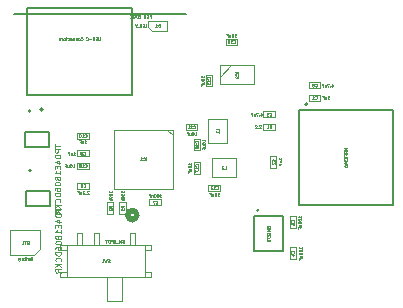
<source format=gbr>
%TF.GenerationSoftware,KiCad,Pcbnew,8.0.2-1*%
%TF.CreationDate,2024-06-20T09:38:12+09:00*%
%TF.ProjectId,eeg,6565672e-6b69-4636-9164-5f7063625858,rev?*%
%TF.SameCoordinates,Original*%
%TF.FileFunction,AssemblyDrawing,Bot*%
%FSLAX46Y46*%
G04 Gerber Fmt 4.6, Leading zero omitted, Abs format (unit mm)*
G04 Created by KiCad (PCBNEW 8.0.2-1) date 2024-06-20 09:38:12*
%MOMM*%
%LPD*%
G01*
G04 APERTURE LIST*
%ADD10C,0.050000*%
%ADD11C,0.040000*%
%ADD12C,0.120000*%
%ADD13C,0.025400*%
%ADD14C,0.508000*%
%ADD15C,0.127000*%
%ADD16C,0.200000*%
%ADD17C,0.100000*%
%ADD18C,0.150000*%
G04 APERTURE END LIST*
D10*
X143443808Y-107841150D02*
X143408094Y-107853054D01*
X143408094Y-107853054D02*
X143348570Y-107853054D01*
X143348570Y-107853054D02*
X143324761Y-107841150D01*
X143324761Y-107841150D02*
X143312856Y-107829245D01*
X143312856Y-107829245D02*
X143300951Y-107805435D01*
X143300951Y-107805435D02*
X143300951Y-107781626D01*
X143300951Y-107781626D02*
X143312856Y-107757816D01*
X143312856Y-107757816D02*
X143324761Y-107745911D01*
X143324761Y-107745911D02*
X143348570Y-107734007D01*
X143348570Y-107734007D02*
X143396189Y-107722102D01*
X143396189Y-107722102D02*
X143419999Y-107710197D01*
X143419999Y-107710197D02*
X143431904Y-107698292D01*
X143431904Y-107698292D02*
X143443808Y-107674483D01*
X143443808Y-107674483D02*
X143443808Y-107650673D01*
X143443808Y-107650673D02*
X143431904Y-107626864D01*
X143431904Y-107626864D02*
X143419999Y-107614959D01*
X143419999Y-107614959D02*
X143396189Y-107603054D01*
X143396189Y-107603054D02*
X143336666Y-107603054D01*
X143336666Y-107603054D02*
X143300951Y-107614959D01*
X143217618Y-107603054D02*
X143158094Y-107853054D01*
X143158094Y-107853054D02*
X143110475Y-107674483D01*
X143110475Y-107674483D02*
X143062856Y-107853054D01*
X143062856Y-107853054D02*
X143003333Y-107603054D01*
X142967619Y-107876864D02*
X142777142Y-107876864D01*
X142729523Y-107841150D02*
X142693809Y-107853054D01*
X142693809Y-107853054D02*
X142634285Y-107853054D01*
X142634285Y-107853054D02*
X142610476Y-107841150D01*
X142610476Y-107841150D02*
X142598571Y-107829245D01*
X142598571Y-107829245D02*
X142586666Y-107805435D01*
X142586666Y-107805435D02*
X142586666Y-107781626D01*
X142586666Y-107781626D02*
X142598571Y-107757816D01*
X142598571Y-107757816D02*
X142610476Y-107745911D01*
X142610476Y-107745911D02*
X142634285Y-107734007D01*
X142634285Y-107734007D02*
X142681904Y-107722102D01*
X142681904Y-107722102D02*
X142705714Y-107710197D01*
X142705714Y-107710197D02*
X142717619Y-107698292D01*
X142717619Y-107698292D02*
X142729523Y-107674483D01*
X142729523Y-107674483D02*
X142729523Y-107650673D01*
X142729523Y-107650673D02*
X142717619Y-107626864D01*
X142717619Y-107626864D02*
X142705714Y-107614959D01*
X142705714Y-107614959D02*
X142681904Y-107603054D01*
X142681904Y-107603054D02*
X142622381Y-107603054D01*
X142622381Y-107603054D02*
X142586666Y-107614959D01*
X142479524Y-107853054D02*
X142479524Y-107603054D01*
X142479524Y-107603054D02*
X142384286Y-107603054D01*
X142384286Y-107603054D02*
X142360476Y-107614959D01*
X142360476Y-107614959D02*
X142348571Y-107626864D01*
X142348571Y-107626864D02*
X142336667Y-107650673D01*
X142336667Y-107650673D02*
X142336667Y-107686388D01*
X142336667Y-107686388D02*
X142348571Y-107710197D01*
X142348571Y-107710197D02*
X142360476Y-107722102D01*
X142360476Y-107722102D02*
X142384286Y-107734007D01*
X142384286Y-107734007D02*
X142479524Y-107734007D01*
X142229524Y-107853054D02*
X142229524Y-107603054D01*
X142229524Y-107603054D02*
X142170000Y-107603054D01*
X142170000Y-107603054D02*
X142134286Y-107614959D01*
X142134286Y-107614959D02*
X142110476Y-107638769D01*
X142110476Y-107638769D02*
X142098571Y-107662578D01*
X142098571Y-107662578D02*
X142086667Y-107710197D01*
X142086667Y-107710197D02*
X142086667Y-107745911D01*
X142086667Y-107745911D02*
X142098571Y-107793530D01*
X142098571Y-107793530D02*
X142110476Y-107817340D01*
X142110476Y-107817340D02*
X142134286Y-107841150D01*
X142134286Y-107841150D02*
X142170000Y-107853054D01*
X142170000Y-107853054D02*
X142229524Y-107853054D01*
X142015238Y-107603054D02*
X141872381Y-107603054D01*
X141943809Y-107853054D02*
X141943809Y-107603054D01*
X142231932Y-109501150D02*
X142196218Y-109513054D01*
X142196218Y-109513054D02*
X142136694Y-109513054D01*
X142136694Y-109513054D02*
X142112885Y-109501150D01*
X142112885Y-109501150D02*
X142100980Y-109489245D01*
X142100980Y-109489245D02*
X142089075Y-109465435D01*
X142089075Y-109465435D02*
X142089075Y-109441626D01*
X142089075Y-109441626D02*
X142100980Y-109417816D01*
X142100980Y-109417816D02*
X142112885Y-109405911D01*
X142112885Y-109405911D02*
X142136694Y-109394007D01*
X142136694Y-109394007D02*
X142184313Y-109382102D01*
X142184313Y-109382102D02*
X142208123Y-109370197D01*
X142208123Y-109370197D02*
X142220028Y-109358292D01*
X142220028Y-109358292D02*
X142231932Y-109334483D01*
X142231932Y-109334483D02*
X142231932Y-109310673D01*
X142231932Y-109310673D02*
X142220028Y-109286864D01*
X142220028Y-109286864D02*
X142208123Y-109274959D01*
X142208123Y-109274959D02*
X142184313Y-109263054D01*
X142184313Y-109263054D02*
X142124790Y-109263054D01*
X142124790Y-109263054D02*
X142089075Y-109274959D01*
X142005742Y-109263054D02*
X141946218Y-109513054D01*
X141946218Y-109513054D02*
X141898599Y-109334483D01*
X141898599Y-109334483D02*
X141850980Y-109513054D01*
X141850980Y-109513054D02*
X141791457Y-109263054D01*
X141565266Y-109513054D02*
X141708123Y-109513054D01*
X141636695Y-109513054D02*
X141636695Y-109263054D01*
X141636695Y-109263054D02*
X141660504Y-109298769D01*
X141660504Y-109298769D02*
X141684314Y-109322578D01*
X141684314Y-109322578D02*
X141708123Y-109334483D01*
X162353054Y-99870238D02*
X162103054Y-99870238D01*
X162103054Y-99870238D02*
X162353054Y-100013095D01*
X162353054Y-100013095D02*
X162103054Y-100013095D01*
X162353054Y-100275000D02*
X162234007Y-100191667D01*
X162353054Y-100132143D02*
X162103054Y-100132143D01*
X162103054Y-100132143D02*
X162103054Y-100227381D01*
X162103054Y-100227381D02*
X162114959Y-100251191D01*
X162114959Y-100251191D02*
X162126864Y-100263096D01*
X162126864Y-100263096D02*
X162150673Y-100275000D01*
X162150673Y-100275000D02*
X162186388Y-100275000D01*
X162186388Y-100275000D02*
X162210197Y-100263096D01*
X162210197Y-100263096D02*
X162222102Y-100251191D01*
X162222102Y-100251191D02*
X162234007Y-100227381D01*
X162234007Y-100227381D02*
X162234007Y-100132143D01*
X162222102Y-100465477D02*
X162222102Y-100382143D01*
X162353054Y-100382143D02*
X162103054Y-100382143D01*
X162103054Y-100382143D02*
X162103054Y-100501191D01*
X162103054Y-100715477D02*
X162103054Y-100596429D01*
X162103054Y-100596429D02*
X162222102Y-100584525D01*
X162222102Y-100584525D02*
X162210197Y-100596429D01*
X162210197Y-100596429D02*
X162198292Y-100620239D01*
X162198292Y-100620239D02*
X162198292Y-100679763D01*
X162198292Y-100679763D02*
X162210197Y-100703572D01*
X162210197Y-100703572D02*
X162222102Y-100715477D01*
X162222102Y-100715477D02*
X162245911Y-100727382D01*
X162245911Y-100727382D02*
X162305435Y-100727382D01*
X162305435Y-100727382D02*
X162329245Y-100715477D01*
X162329245Y-100715477D02*
X162341150Y-100703572D01*
X162341150Y-100703572D02*
X162353054Y-100679763D01*
X162353054Y-100679763D02*
X162353054Y-100620239D01*
X162353054Y-100620239D02*
X162341150Y-100596429D01*
X162341150Y-100596429D02*
X162329245Y-100584525D01*
X162103054Y-100810715D02*
X162103054Y-100965477D01*
X162103054Y-100965477D02*
X162198292Y-100882143D01*
X162198292Y-100882143D02*
X162198292Y-100917858D01*
X162198292Y-100917858D02*
X162210197Y-100941667D01*
X162210197Y-100941667D02*
X162222102Y-100953572D01*
X162222102Y-100953572D02*
X162245911Y-100965477D01*
X162245911Y-100965477D02*
X162305435Y-100965477D01*
X162305435Y-100965477D02*
X162329245Y-100953572D01*
X162329245Y-100953572D02*
X162341150Y-100941667D01*
X162341150Y-100941667D02*
X162353054Y-100917858D01*
X162353054Y-100917858D02*
X162353054Y-100846429D01*
X162353054Y-100846429D02*
X162341150Y-100822620D01*
X162341150Y-100822620D02*
X162329245Y-100810715D01*
X162186388Y-101179762D02*
X162353054Y-101179762D01*
X162091150Y-101120238D02*
X162269721Y-101060715D01*
X162269721Y-101060715D02*
X162269721Y-101215476D01*
X162103054Y-101358333D02*
X162103054Y-101382143D01*
X162103054Y-101382143D02*
X162114959Y-101405952D01*
X162114959Y-101405952D02*
X162126864Y-101417857D01*
X162126864Y-101417857D02*
X162150673Y-101429762D01*
X162150673Y-101429762D02*
X162198292Y-101441667D01*
X162198292Y-101441667D02*
X162257816Y-101441667D01*
X162257816Y-101441667D02*
X162305435Y-101429762D01*
X162305435Y-101429762D02*
X162329245Y-101417857D01*
X162329245Y-101417857D02*
X162341150Y-101405952D01*
X162341150Y-101405952D02*
X162353054Y-101382143D01*
X162353054Y-101382143D02*
X162353054Y-101358333D01*
X162353054Y-101358333D02*
X162341150Y-101334524D01*
X162341150Y-101334524D02*
X162329245Y-101322619D01*
X162329245Y-101322619D02*
X162305435Y-101310714D01*
X162305435Y-101310714D02*
X162257816Y-101298810D01*
X162257816Y-101298810D02*
X162198292Y-101298810D01*
X162198292Y-101298810D02*
X162150673Y-101310714D01*
X162150673Y-101310714D02*
X162126864Y-101322619D01*
X162126864Y-101322619D02*
X162114959Y-101334524D01*
X162114959Y-101334524D02*
X162103054Y-101358333D01*
X145324047Y-100893054D02*
X145324047Y-100643054D01*
X145062142Y-100869245D02*
X145074046Y-100881150D01*
X145074046Y-100881150D02*
X145109761Y-100893054D01*
X145109761Y-100893054D02*
X145133570Y-100893054D01*
X145133570Y-100893054D02*
X145169284Y-100881150D01*
X145169284Y-100881150D02*
X145193094Y-100857340D01*
X145193094Y-100857340D02*
X145204999Y-100833530D01*
X145204999Y-100833530D02*
X145216903Y-100785911D01*
X145216903Y-100785911D02*
X145216903Y-100750197D01*
X145216903Y-100750197D02*
X145204999Y-100702578D01*
X145204999Y-100702578D02*
X145193094Y-100678769D01*
X145193094Y-100678769D02*
X145169284Y-100654959D01*
X145169284Y-100654959D02*
X145133570Y-100643054D01*
X145133570Y-100643054D02*
X145109761Y-100643054D01*
X145109761Y-100643054D02*
X145074046Y-100654959D01*
X145074046Y-100654959D02*
X145062142Y-100666864D01*
X144824046Y-100893054D02*
X144966903Y-100893054D01*
X144895475Y-100893054D02*
X144895475Y-100643054D01*
X144895475Y-100643054D02*
X144919284Y-100678769D01*
X144919284Y-100678769D02*
X144943094Y-100702578D01*
X144943094Y-100702578D02*
X144966903Y-100714483D01*
X156783054Y-100841191D02*
X156783054Y-100698334D01*
X156783054Y-100769762D02*
X156533054Y-100769762D01*
X156533054Y-100769762D02*
X156568769Y-100745953D01*
X156568769Y-100745953D02*
X156592578Y-100722143D01*
X156592578Y-100722143D02*
X156604483Y-100698334D01*
X156616388Y-101055476D02*
X156783054Y-101055476D01*
X156616388Y-100948333D02*
X156747340Y-100948333D01*
X156747340Y-100948333D02*
X156771150Y-100960238D01*
X156771150Y-100960238D02*
X156783054Y-100984048D01*
X156783054Y-100984048D02*
X156783054Y-101019762D01*
X156783054Y-101019762D02*
X156771150Y-101043571D01*
X156771150Y-101043571D02*
X156759245Y-101055476D01*
X156652102Y-101257857D02*
X156652102Y-101174523D01*
X156783054Y-101174523D02*
X156533054Y-101174523D01*
X156533054Y-101174523D02*
X156533054Y-101293571D01*
X156189245Y-100958333D02*
X156201150Y-100946429D01*
X156201150Y-100946429D02*
X156213054Y-100910714D01*
X156213054Y-100910714D02*
X156213054Y-100886905D01*
X156213054Y-100886905D02*
X156201150Y-100851191D01*
X156201150Y-100851191D02*
X156177340Y-100827381D01*
X156177340Y-100827381D02*
X156153530Y-100815476D01*
X156153530Y-100815476D02*
X156105911Y-100803572D01*
X156105911Y-100803572D02*
X156070197Y-100803572D01*
X156070197Y-100803572D02*
X156022578Y-100815476D01*
X156022578Y-100815476D02*
X155998769Y-100827381D01*
X155998769Y-100827381D02*
X155974959Y-100851191D01*
X155974959Y-100851191D02*
X155963054Y-100886905D01*
X155963054Y-100886905D02*
X155963054Y-100910714D01*
X155963054Y-100910714D02*
X155974959Y-100946429D01*
X155974959Y-100946429D02*
X155986864Y-100958333D01*
X155986864Y-101053572D02*
X155974959Y-101065476D01*
X155974959Y-101065476D02*
X155963054Y-101089286D01*
X155963054Y-101089286D02*
X155963054Y-101148810D01*
X155963054Y-101148810D02*
X155974959Y-101172619D01*
X155974959Y-101172619D02*
X155986864Y-101184524D01*
X155986864Y-101184524D02*
X156010673Y-101196429D01*
X156010673Y-101196429D02*
X156034483Y-101196429D01*
X156034483Y-101196429D02*
X156070197Y-101184524D01*
X156070197Y-101184524D02*
X156213054Y-101041667D01*
X156213054Y-101041667D02*
X156213054Y-101196429D01*
X152807856Y-90433054D02*
X152950713Y-90433054D01*
X152879285Y-90433054D02*
X152879285Y-90183054D01*
X152879285Y-90183054D02*
X152903094Y-90218769D01*
X152903094Y-90218769D02*
X152926904Y-90242578D01*
X152926904Y-90242578D02*
X152950713Y-90254483D01*
X152653095Y-90183054D02*
X152629285Y-90183054D01*
X152629285Y-90183054D02*
X152605476Y-90194959D01*
X152605476Y-90194959D02*
X152593571Y-90206864D01*
X152593571Y-90206864D02*
X152581666Y-90230673D01*
X152581666Y-90230673D02*
X152569761Y-90278292D01*
X152569761Y-90278292D02*
X152569761Y-90337816D01*
X152569761Y-90337816D02*
X152581666Y-90385435D01*
X152581666Y-90385435D02*
X152593571Y-90409245D01*
X152593571Y-90409245D02*
X152605476Y-90421150D01*
X152605476Y-90421150D02*
X152629285Y-90433054D01*
X152629285Y-90433054D02*
X152653095Y-90433054D01*
X152653095Y-90433054D02*
X152676904Y-90421150D01*
X152676904Y-90421150D02*
X152688809Y-90409245D01*
X152688809Y-90409245D02*
X152700714Y-90385435D01*
X152700714Y-90385435D02*
X152712618Y-90337816D01*
X152712618Y-90337816D02*
X152712618Y-90278292D01*
X152712618Y-90278292D02*
X152700714Y-90230673D01*
X152700714Y-90230673D02*
X152688809Y-90206864D01*
X152688809Y-90206864D02*
X152676904Y-90194959D01*
X152676904Y-90194959D02*
X152653095Y-90183054D01*
X152355476Y-90266388D02*
X152355476Y-90433054D01*
X152462619Y-90266388D02*
X152462619Y-90397340D01*
X152462619Y-90397340D02*
X152450714Y-90421150D01*
X152450714Y-90421150D02*
X152426904Y-90433054D01*
X152426904Y-90433054D02*
X152391190Y-90433054D01*
X152391190Y-90433054D02*
X152367381Y-90421150D01*
X152367381Y-90421150D02*
X152355476Y-90409245D01*
X152153095Y-90302102D02*
X152236429Y-90302102D01*
X152236429Y-90433054D02*
X152236429Y-90183054D01*
X152236429Y-90183054D02*
X152117381Y-90183054D01*
X152705714Y-90929245D02*
X152717618Y-90941150D01*
X152717618Y-90941150D02*
X152753333Y-90953054D01*
X152753333Y-90953054D02*
X152777142Y-90953054D01*
X152777142Y-90953054D02*
X152812856Y-90941150D01*
X152812856Y-90941150D02*
X152836666Y-90917340D01*
X152836666Y-90917340D02*
X152848571Y-90893530D01*
X152848571Y-90893530D02*
X152860475Y-90845911D01*
X152860475Y-90845911D02*
X152860475Y-90810197D01*
X152860475Y-90810197D02*
X152848571Y-90762578D01*
X152848571Y-90762578D02*
X152836666Y-90738769D01*
X152836666Y-90738769D02*
X152812856Y-90714959D01*
X152812856Y-90714959D02*
X152777142Y-90703054D01*
X152777142Y-90703054D02*
X152753333Y-90703054D01*
X152753333Y-90703054D02*
X152717618Y-90714959D01*
X152717618Y-90714959D02*
X152705714Y-90726864D01*
X152467618Y-90953054D02*
X152610475Y-90953054D01*
X152539047Y-90953054D02*
X152539047Y-90703054D01*
X152539047Y-90703054D02*
X152562856Y-90738769D01*
X152562856Y-90738769D02*
X152586666Y-90762578D01*
X152586666Y-90762578D02*
X152610475Y-90774483D01*
X152348571Y-90953054D02*
X152300952Y-90953054D01*
X152300952Y-90953054D02*
X152277142Y-90941150D01*
X152277142Y-90941150D02*
X152265238Y-90929245D01*
X152265238Y-90929245D02*
X152241428Y-90893530D01*
X152241428Y-90893530D02*
X152229523Y-90845911D01*
X152229523Y-90845911D02*
X152229523Y-90750673D01*
X152229523Y-90750673D02*
X152241428Y-90726864D01*
X152241428Y-90726864D02*
X152253333Y-90714959D01*
X152253333Y-90714959D02*
X152277142Y-90703054D01*
X152277142Y-90703054D02*
X152324761Y-90703054D01*
X152324761Y-90703054D02*
X152348571Y-90714959D01*
X152348571Y-90714959D02*
X152360476Y-90726864D01*
X152360476Y-90726864D02*
X152372380Y-90750673D01*
X152372380Y-90750673D02*
X152372380Y-90810197D01*
X152372380Y-90810197D02*
X152360476Y-90834007D01*
X152360476Y-90834007D02*
X152348571Y-90845911D01*
X152348571Y-90845911D02*
X152324761Y-90857816D01*
X152324761Y-90857816D02*
X152277142Y-90857816D01*
X152277142Y-90857816D02*
X152253333Y-90845911D01*
X152253333Y-90845911D02*
X152241428Y-90834007D01*
X152241428Y-90834007D02*
X152229523Y-90810197D01*
X139148808Y-100413054D02*
X139291665Y-100413054D01*
X139220237Y-100413054D02*
X139220237Y-100163054D01*
X139220237Y-100163054D02*
X139244046Y-100198769D01*
X139244046Y-100198769D02*
X139267856Y-100222578D01*
X139267856Y-100222578D02*
X139291665Y-100234483D01*
X138934523Y-100246388D02*
X138934523Y-100413054D01*
X139041666Y-100246388D02*
X139041666Y-100377340D01*
X139041666Y-100377340D02*
X139029761Y-100401150D01*
X139029761Y-100401150D02*
X139005951Y-100413054D01*
X139005951Y-100413054D02*
X138970237Y-100413054D01*
X138970237Y-100413054D02*
X138946428Y-100401150D01*
X138946428Y-100401150D02*
X138934523Y-100389245D01*
X138732142Y-100282102D02*
X138815476Y-100282102D01*
X138815476Y-100413054D02*
X138815476Y-100163054D01*
X138815476Y-100163054D02*
X138696428Y-100163054D01*
X140001666Y-100389245D02*
X140013570Y-100401150D01*
X140013570Y-100401150D02*
X140049285Y-100413054D01*
X140049285Y-100413054D02*
X140073094Y-100413054D01*
X140073094Y-100413054D02*
X140108808Y-100401150D01*
X140108808Y-100401150D02*
X140132618Y-100377340D01*
X140132618Y-100377340D02*
X140144523Y-100353530D01*
X140144523Y-100353530D02*
X140156427Y-100305911D01*
X140156427Y-100305911D02*
X140156427Y-100270197D01*
X140156427Y-100270197D02*
X140144523Y-100222578D01*
X140144523Y-100222578D02*
X140132618Y-100198769D01*
X140132618Y-100198769D02*
X140108808Y-100174959D01*
X140108808Y-100174959D02*
X140073094Y-100163054D01*
X140073094Y-100163054D02*
X140049285Y-100163054D01*
X140049285Y-100163054D02*
X140013570Y-100174959D01*
X140013570Y-100174959D02*
X140001666Y-100186864D01*
X139858808Y-100270197D02*
X139882618Y-100258292D01*
X139882618Y-100258292D02*
X139894523Y-100246388D01*
X139894523Y-100246388D02*
X139906427Y-100222578D01*
X139906427Y-100222578D02*
X139906427Y-100210673D01*
X139906427Y-100210673D02*
X139894523Y-100186864D01*
X139894523Y-100186864D02*
X139882618Y-100174959D01*
X139882618Y-100174959D02*
X139858808Y-100163054D01*
X139858808Y-100163054D02*
X139811189Y-100163054D01*
X139811189Y-100163054D02*
X139787380Y-100174959D01*
X139787380Y-100174959D02*
X139775475Y-100186864D01*
X139775475Y-100186864D02*
X139763570Y-100210673D01*
X139763570Y-100210673D02*
X139763570Y-100222578D01*
X139763570Y-100222578D02*
X139775475Y-100246388D01*
X139775475Y-100246388D02*
X139787380Y-100258292D01*
X139787380Y-100258292D02*
X139811189Y-100270197D01*
X139811189Y-100270197D02*
X139858808Y-100270197D01*
X139858808Y-100270197D02*
X139882618Y-100282102D01*
X139882618Y-100282102D02*
X139894523Y-100294007D01*
X139894523Y-100294007D02*
X139906427Y-100317816D01*
X139906427Y-100317816D02*
X139906427Y-100365435D01*
X139906427Y-100365435D02*
X139894523Y-100389245D01*
X139894523Y-100389245D02*
X139882618Y-100401150D01*
X139882618Y-100401150D02*
X139858808Y-100413054D01*
X139858808Y-100413054D02*
X139811189Y-100413054D01*
X139811189Y-100413054D02*
X139787380Y-100401150D01*
X139787380Y-100401150D02*
X139775475Y-100389245D01*
X139775475Y-100389245D02*
X139763570Y-100365435D01*
X139763570Y-100365435D02*
X139763570Y-100317816D01*
X139763570Y-100317816D02*
X139775475Y-100294007D01*
X139775475Y-100294007D02*
X139787380Y-100282102D01*
X139787380Y-100282102D02*
X139811189Y-100270197D01*
X146466903Y-103993054D02*
X146609760Y-103993054D01*
X146538332Y-103993054D02*
X146538332Y-103743054D01*
X146538332Y-103743054D02*
X146562141Y-103778769D01*
X146562141Y-103778769D02*
X146585951Y-103802578D01*
X146585951Y-103802578D02*
X146609760Y-103814483D01*
X146312142Y-103743054D02*
X146288332Y-103743054D01*
X146288332Y-103743054D02*
X146264523Y-103754959D01*
X146264523Y-103754959D02*
X146252618Y-103766864D01*
X146252618Y-103766864D02*
X146240713Y-103790673D01*
X146240713Y-103790673D02*
X146228808Y-103838292D01*
X146228808Y-103838292D02*
X146228808Y-103897816D01*
X146228808Y-103897816D02*
X146240713Y-103945435D01*
X146240713Y-103945435D02*
X146252618Y-103969245D01*
X146252618Y-103969245D02*
X146264523Y-103981150D01*
X146264523Y-103981150D02*
X146288332Y-103993054D01*
X146288332Y-103993054D02*
X146312142Y-103993054D01*
X146312142Y-103993054D02*
X146335951Y-103981150D01*
X146335951Y-103981150D02*
X146347856Y-103969245D01*
X146347856Y-103969245D02*
X146359761Y-103945435D01*
X146359761Y-103945435D02*
X146371665Y-103897816D01*
X146371665Y-103897816D02*
X146371665Y-103838292D01*
X146371665Y-103838292D02*
X146359761Y-103790673D01*
X146359761Y-103790673D02*
X146347856Y-103766864D01*
X146347856Y-103766864D02*
X146335951Y-103754959D01*
X146335951Y-103754959D02*
X146312142Y-103743054D01*
X146074047Y-103743054D02*
X146050237Y-103743054D01*
X146050237Y-103743054D02*
X146026428Y-103754959D01*
X146026428Y-103754959D02*
X146014523Y-103766864D01*
X146014523Y-103766864D02*
X146002618Y-103790673D01*
X146002618Y-103790673D02*
X145990713Y-103838292D01*
X145990713Y-103838292D02*
X145990713Y-103897816D01*
X145990713Y-103897816D02*
X146002618Y-103945435D01*
X146002618Y-103945435D02*
X146014523Y-103969245D01*
X146014523Y-103969245D02*
X146026428Y-103981150D01*
X146026428Y-103981150D02*
X146050237Y-103993054D01*
X146050237Y-103993054D02*
X146074047Y-103993054D01*
X146074047Y-103993054D02*
X146097856Y-103981150D01*
X146097856Y-103981150D02*
X146109761Y-103969245D01*
X146109761Y-103969245D02*
X146121666Y-103945435D01*
X146121666Y-103945435D02*
X146133570Y-103897816D01*
X146133570Y-103897816D02*
X146133570Y-103838292D01*
X146133570Y-103838292D02*
X146121666Y-103790673D01*
X146121666Y-103790673D02*
X146109761Y-103766864D01*
X146109761Y-103766864D02*
X146097856Y-103754959D01*
X146097856Y-103754959D02*
X146074047Y-103743054D01*
X145883571Y-103826388D02*
X145883571Y-103993054D01*
X145883571Y-103850197D02*
X145871666Y-103838292D01*
X145871666Y-103838292D02*
X145847856Y-103826388D01*
X145847856Y-103826388D02*
X145812142Y-103826388D01*
X145812142Y-103826388D02*
X145788333Y-103838292D01*
X145788333Y-103838292D02*
X145776428Y-103862102D01*
X145776428Y-103862102D02*
X145776428Y-103993054D01*
X145574047Y-103862102D02*
X145657381Y-103862102D01*
X145657381Y-103993054D02*
X145657381Y-103743054D01*
X145657381Y-103743054D02*
X145538333Y-103743054D01*
X146121666Y-104529245D02*
X146133570Y-104541150D01*
X146133570Y-104541150D02*
X146169285Y-104553054D01*
X146169285Y-104553054D02*
X146193094Y-104553054D01*
X146193094Y-104553054D02*
X146228808Y-104541150D01*
X146228808Y-104541150D02*
X146252618Y-104517340D01*
X146252618Y-104517340D02*
X146264523Y-104493530D01*
X146264523Y-104493530D02*
X146276427Y-104445911D01*
X146276427Y-104445911D02*
X146276427Y-104410197D01*
X146276427Y-104410197D02*
X146264523Y-104362578D01*
X146264523Y-104362578D02*
X146252618Y-104338769D01*
X146252618Y-104338769D02*
X146228808Y-104314959D01*
X146228808Y-104314959D02*
X146193094Y-104303054D01*
X146193094Y-104303054D02*
X146169285Y-104303054D01*
X146169285Y-104303054D02*
X146133570Y-104314959D01*
X146133570Y-104314959D02*
X146121666Y-104326864D01*
X146038332Y-104303054D02*
X145871666Y-104303054D01*
X145871666Y-104303054D02*
X145978808Y-104553054D01*
X149113054Y-101252143D02*
X149113054Y-101109286D01*
X149113054Y-101180714D02*
X148863054Y-101180714D01*
X148863054Y-101180714D02*
X148898769Y-101156905D01*
X148898769Y-101156905D02*
X148922578Y-101133095D01*
X148922578Y-101133095D02*
X148934483Y-101109286D01*
X148863054Y-101406904D02*
X148863054Y-101430714D01*
X148863054Y-101430714D02*
X148874959Y-101454523D01*
X148874959Y-101454523D02*
X148886864Y-101466428D01*
X148886864Y-101466428D02*
X148910673Y-101478333D01*
X148910673Y-101478333D02*
X148958292Y-101490238D01*
X148958292Y-101490238D02*
X149017816Y-101490238D01*
X149017816Y-101490238D02*
X149065435Y-101478333D01*
X149065435Y-101478333D02*
X149089245Y-101466428D01*
X149089245Y-101466428D02*
X149101150Y-101454523D01*
X149101150Y-101454523D02*
X149113054Y-101430714D01*
X149113054Y-101430714D02*
X149113054Y-101406904D01*
X149113054Y-101406904D02*
X149101150Y-101383095D01*
X149101150Y-101383095D02*
X149089245Y-101371190D01*
X149089245Y-101371190D02*
X149065435Y-101359285D01*
X149065435Y-101359285D02*
X149017816Y-101347381D01*
X149017816Y-101347381D02*
X148958292Y-101347381D01*
X148958292Y-101347381D02*
X148910673Y-101359285D01*
X148910673Y-101359285D02*
X148886864Y-101371190D01*
X148886864Y-101371190D02*
X148874959Y-101383095D01*
X148874959Y-101383095D02*
X148863054Y-101406904D01*
X148946388Y-101704523D02*
X149113054Y-101704523D01*
X148946388Y-101597380D02*
X149077340Y-101597380D01*
X149077340Y-101597380D02*
X149101150Y-101609285D01*
X149101150Y-101609285D02*
X149113054Y-101633095D01*
X149113054Y-101633095D02*
X149113054Y-101668809D01*
X149113054Y-101668809D02*
X149101150Y-101692618D01*
X149101150Y-101692618D02*
X149089245Y-101704523D01*
X148982102Y-101906904D02*
X148982102Y-101823570D01*
X149113054Y-101823570D02*
X148863054Y-101823570D01*
X148863054Y-101823570D02*
X148863054Y-101942618D01*
D11*
X149709765Y-101359285D02*
X149721670Y-101347381D01*
X149721670Y-101347381D02*
X149733574Y-101311666D01*
X149733574Y-101311666D02*
X149733574Y-101287857D01*
X149733574Y-101287857D02*
X149721670Y-101252143D01*
X149721670Y-101252143D02*
X149697860Y-101228333D01*
X149697860Y-101228333D02*
X149674050Y-101216428D01*
X149674050Y-101216428D02*
X149626431Y-101204524D01*
X149626431Y-101204524D02*
X149590717Y-101204524D01*
X149590717Y-101204524D02*
X149543098Y-101216428D01*
X149543098Y-101216428D02*
X149519289Y-101228333D01*
X149519289Y-101228333D02*
X149495479Y-101252143D01*
X149495479Y-101252143D02*
X149483574Y-101287857D01*
X149483574Y-101287857D02*
X149483574Y-101311666D01*
X149483574Y-101311666D02*
X149495479Y-101347381D01*
X149495479Y-101347381D02*
X149507384Y-101359285D01*
X149733574Y-101597381D02*
X149733574Y-101454524D01*
X149733574Y-101525952D02*
X149483574Y-101525952D01*
X149483574Y-101525952D02*
X149519289Y-101502143D01*
X149519289Y-101502143D02*
X149543098Y-101478333D01*
X149543098Y-101478333D02*
X149555003Y-101454524D01*
X149483574Y-101680714D02*
X149483574Y-101847380D01*
X149483574Y-101847380D02*
X149733574Y-101740238D01*
D10*
X155669602Y-106558334D02*
X155681507Y-106594048D01*
X155681507Y-106594048D02*
X155693411Y-106605953D01*
X155693411Y-106605953D02*
X155717221Y-106617857D01*
X155717221Y-106617857D02*
X155752935Y-106617857D01*
X155752935Y-106617857D02*
X155776745Y-106605953D01*
X155776745Y-106605953D02*
X155788650Y-106594048D01*
X155788650Y-106594048D02*
X155800554Y-106570238D01*
X155800554Y-106570238D02*
X155800554Y-106475000D01*
X155800554Y-106475000D02*
X155550554Y-106475000D01*
X155550554Y-106475000D02*
X155550554Y-106558334D01*
X155550554Y-106558334D02*
X155562459Y-106582143D01*
X155562459Y-106582143D02*
X155574364Y-106594048D01*
X155574364Y-106594048D02*
X155598173Y-106605953D01*
X155598173Y-106605953D02*
X155621983Y-106605953D01*
X155621983Y-106605953D02*
X155645792Y-106594048D01*
X155645792Y-106594048D02*
X155657697Y-106582143D01*
X155657697Y-106582143D02*
X155669602Y-106558334D01*
X155669602Y-106558334D02*
X155669602Y-106475000D01*
X155800554Y-106725000D02*
X155550554Y-106725000D01*
X155550554Y-106725000D02*
X155729126Y-106808334D01*
X155729126Y-106808334D02*
X155550554Y-106891667D01*
X155550554Y-106891667D02*
X155800554Y-106891667D01*
X155800554Y-107010714D02*
X155550554Y-107010714D01*
X155574364Y-107117858D02*
X155562459Y-107129762D01*
X155562459Y-107129762D02*
X155550554Y-107153572D01*
X155550554Y-107153572D02*
X155550554Y-107213096D01*
X155550554Y-107213096D02*
X155562459Y-107236905D01*
X155562459Y-107236905D02*
X155574364Y-107248810D01*
X155574364Y-107248810D02*
X155598173Y-107260715D01*
X155598173Y-107260715D02*
X155621983Y-107260715D01*
X155621983Y-107260715D02*
X155657697Y-107248810D01*
X155657697Y-107248810D02*
X155800554Y-107105953D01*
X155800554Y-107105953D02*
X155800554Y-107260715D01*
X155550554Y-107344048D02*
X155550554Y-107510714D01*
X155550554Y-107510714D02*
X155800554Y-107403572D01*
X155550554Y-107653571D02*
X155550554Y-107677381D01*
X155550554Y-107677381D02*
X155562459Y-107701190D01*
X155562459Y-107701190D02*
X155574364Y-107713095D01*
X155574364Y-107713095D02*
X155598173Y-107725000D01*
X155598173Y-107725000D02*
X155645792Y-107736905D01*
X155645792Y-107736905D02*
X155705316Y-107736905D01*
X155705316Y-107736905D02*
X155752935Y-107725000D01*
X155752935Y-107725000D02*
X155776745Y-107713095D01*
X155776745Y-107713095D02*
X155788650Y-107701190D01*
X155788650Y-107701190D02*
X155800554Y-107677381D01*
X155800554Y-107677381D02*
X155800554Y-107653571D01*
X155800554Y-107653571D02*
X155788650Y-107629762D01*
X155788650Y-107629762D02*
X155776745Y-107617857D01*
X155776745Y-107617857D02*
X155752935Y-107605952D01*
X155752935Y-107605952D02*
X155705316Y-107594048D01*
X155705316Y-107594048D02*
X155645792Y-107594048D01*
X155645792Y-107594048D02*
X155598173Y-107605952D01*
X155598173Y-107605952D02*
X155574364Y-107617857D01*
X155574364Y-107617857D02*
X155562459Y-107629762D01*
X155562459Y-107629762D02*
X155550554Y-107653571D01*
X155029999Y-97936864D02*
X155018095Y-97924959D01*
X155018095Y-97924959D02*
X154994285Y-97913054D01*
X154994285Y-97913054D02*
X154934761Y-97913054D01*
X154934761Y-97913054D02*
X154910952Y-97924959D01*
X154910952Y-97924959D02*
X154899047Y-97936864D01*
X154899047Y-97936864D02*
X154887142Y-97960673D01*
X154887142Y-97960673D02*
X154887142Y-97984483D01*
X154887142Y-97984483D02*
X154899047Y-98020197D01*
X154899047Y-98020197D02*
X155041904Y-98163054D01*
X155041904Y-98163054D02*
X154887142Y-98163054D01*
X154780000Y-98139245D02*
X154768095Y-98151150D01*
X154768095Y-98151150D02*
X154780000Y-98163054D01*
X154780000Y-98163054D02*
X154791904Y-98151150D01*
X154791904Y-98151150D02*
X154780000Y-98139245D01*
X154780000Y-98139245D02*
X154780000Y-98163054D01*
X154672856Y-97936864D02*
X154660952Y-97924959D01*
X154660952Y-97924959D02*
X154637142Y-97913054D01*
X154637142Y-97913054D02*
X154577618Y-97913054D01*
X154577618Y-97913054D02*
X154553809Y-97924959D01*
X154553809Y-97924959D02*
X154541904Y-97936864D01*
X154541904Y-97936864D02*
X154529999Y-97960673D01*
X154529999Y-97960673D02*
X154529999Y-97984483D01*
X154529999Y-97984483D02*
X154541904Y-98020197D01*
X154541904Y-98020197D02*
X154684761Y-98163054D01*
X154684761Y-98163054D02*
X154529999Y-98163054D01*
X155771666Y-98163054D02*
X155854999Y-98044007D01*
X155914523Y-98163054D02*
X155914523Y-97913054D01*
X155914523Y-97913054D02*
X155819285Y-97913054D01*
X155819285Y-97913054D02*
X155795475Y-97924959D01*
X155795475Y-97924959D02*
X155783570Y-97936864D01*
X155783570Y-97936864D02*
X155771666Y-97960673D01*
X155771666Y-97960673D02*
X155771666Y-97996388D01*
X155771666Y-97996388D02*
X155783570Y-98020197D01*
X155783570Y-98020197D02*
X155795475Y-98032102D01*
X155795475Y-98032102D02*
X155819285Y-98044007D01*
X155819285Y-98044007D02*
X155914523Y-98044007D01*
X155533570Y-98163054D02*
X155676427Y-98163054D01*
X155604999Y-98163054D02*
X155604999Y-97913054D01*
X155604999Y-97913054D02*
X155628808Y-97948769D01*
X155628808Y-97948769D02*
X155652618Y-97972578D01*
X155652618Y-97972578D02*
X155676427Y-97984483D01*
X145223094Y-89613054D02*
X145342142Y-89613054D01*
X145342142Y-89613054D02*
X145342142Y-89363054D01*
X145139761Y-89482102D02*
X145056427Y-89482102D01*
X145020713Y-89613054D02*
X145139761Y-89613054D01*
X145139761Y-89613054D02*
X145139761Y-89363054D01*
X145139761Y-89363054D02*
X145020713Y-89363054D01*
X144913571Y-89613054D02*
X144913571Y-89363054D01*
X144913571Y-89363054D02*
X144854047Y-89363054D01*
X144854047Y-89363054D02*
X144818333Y-89374959D01*
X144818333Y-89374959D02*
X144794523Y-89398769D01*
X144794523Y-89398769D02*
X144782618Y-89422578D01*
X144782618Y-89422578D02*
X144770714Y-89470197D01*
X144770714Y-89470197D02*
X144770714Y-89505911D01*
X144770714Y-89505911D02*
X144782618Y-89553530D01*
X144782618Y-89553530D02*
X144794523Y-89577340D01*
X144794523Y-89577340D02*
X144818333Y-89601150D01*
X144818333Y-89601150D02*
X144854047Y-89613054D01*
X144854047Y-89613054D02*
X144913571Y-89613054D01*
X144723095Y-89636864D02*
X144532618Y-89636864D01*
X144425476Y-89494007D02*
X144425476Y-89613054D01*
X144508809Y-89363054D02*
X144425476Y-89494007D01*
X144425476Y-89494007D02*
X144342142Y-89363054D01*
X146497023Y-89613054D02*
X146497023Y-89363054D01*
X146497023Y-89363054D02*
X146437499Y-89363054D01*
X146437499Y-89363054D02*
X146401785Y-89374959D01*
X146401785Y-89374959D02*
X146377975Y-89398769D01*
X146377975Y-89398769D02*
X146366070Y-89422578D01*
X146366070Y-89422578D02*
X146354166Y-89470197D01*
X146354166Y-89470197D02*
X146354166Y-89505911D01*
X146354166Y-89505911D02*
X146366070Y-89553530D01*
X146366070Y-89553530D02*
X146377975Y-89577340D01*
X146377975Y-89577340D02*
X146401785Y-89601150D01*
X146401785Y-89601150D02*
X146437499Y-89613054D01*
X146437499Y-89613054D02*
X146497023Y-89613054D01*
X146116070Y-89613054D02*
X146258927Y-89613054D01*
X146187499Y-89613054D02*
X146187499Y-89363054D01*
X146187499Y-89363054D02*
X146211308Y-89398769D01*
X146211308Y-89398769D02*
X146235118Y-89422578D01*
X146235118Y-89422578D02*
X146258927Y-89434483D01*
X161041190Y-94476388D02*
X161041190Y-94643054D01*
X161100714Y-94381150D02*
X161160237Y-94559721D01*
X161160237Y-94559721D02*
X161005476Y-94559721D01*
X160910238Y-94619245D02*
X160898333Y-94631150D01*
X160898333Y-94631150D02*
X160910238Y-94643054D01*
X160910238Y-94643054D02*
X160922142Y-94631150D01*
X160922142Y-94631150D02*
X160910238Y-94619245D01*
X160910238Y-94619245D02*
X160910238Y-94643054D01*
X160814999Y-94393054D02*
X160648333Y-94393054D01*
X160648333Y-94393054D02*
X160755475Y-94643054D01*
X160445952Y-94476388D02*
X160445952Y-94643054D01*
X160553095Y-94476388D02*
X160553095Y-94607340D01*
X160553095Y-94607340D02*
X160541190Y-94631150D01*
X160541190Y-94631150D02*
X160517380Y-94643054D01*
X160517380Y-94643054D02*
X160481666Y-94643054D01*
X160481666Y-94643054D02*
X160457857Y-94631150D01*
X160457857Y-94631150D02*
X160445952Y-94619245D01*
X160243571Y-94512102D02*
X160326905Y-94512102D01*
X160326905Y-94643054D02*
X160326905Y-94393054D01*
X160326905Y-94393054D02*
X160207857Y-94393054D01*
X159621666Y-94619245D02*
X159633570Y-94631150D01*
X159633570Y-94631150D02*
X159669285Y-94643054D01*
X159669285Y-94643054D02*
X159693094Y-94643054D01*
X159693094Y-94643054D02*
X159728808Y-94631150D01*
X159728808Y-94631150D02*
X159752618Y-94607340D01*
X159752618Y-94607340D02*
X159764523Y-94583530D01*
X159764523Y-94583530D02*
X159776427Y-94535911D01*
X159776427Y-94535911D02*
X159776427Y-94500197D01*
X159776427Y-94500197D02*
X159764523Y-94452578D01*
X159764523Y-94452578D02*
X159752618Y-94428769D01*
X159752618Y-94428769D02*
X159728808Y-94404959D01*
X159728808Y-94404959D02*
X159693094Y-94393054D01*
X159693094Y-94393054D02*
X159669285Y-94393054D01*
X159669285Y-94393054D02*
X159633570Y-94404959D01*
X159633570Y-94404959D02*
X159621666Y-94416864D01*
X159395475Y-94393054D02*
X159514523Y-94393054D01*
X159514523Y-94393054D02*
X159526427Y-94512102D01*
X159526427Y-94512102D02*
X159514523Y-94500197D01*
X159514523Y-94500197D02*
X159490713Y-94488292D01*
X159490713Y-94488292D02*
X159431189Y-94488292D01*
X159431189Y-94488292D02*
X159407380Y-94500197D01*
X159407380Y-94500197D02*
X159395475Y-94512102D01*
X159395475Y-94512102D02*
X159383570Y-94535911D01*
X159383570Y-94535911D02*
X159383570Y-94595435D01*
X159383570Y-94595435D02*
X159395475Y-94619245D01*
X159395475Y-94619245D02*
X159407380Y-94631150D01*
X159407380Y-94631150D02*
X159431189Y-94643054D01*
X159431189Y-94643054D02*
X159490713Y-94643054D01*
X159490713Y-94643054D02*
X159514523Y-94631150D01*
X159514523Y-94631150D02*
X159526427Y-94619245D01*
X149437856Y-98743054D02*
X149580713Y-98743054D01*
X149509285Y-98743054D02*
X149509285Y-98493054D01*
X149509285Y-98493054D02*
X149533094Y-98528769D01*
X149533094Y-98528769D02*
X149556904Y-98552578D01*
X149556904Y-98552578D02*
X149580713Y-98564483D01*
X149283095Y-98493054D02*
X149259285Y-98493054D01*
X149259285Y-98493054D02*
X149235476Y-98504959D01*
X149235476Y-98504959D02*
X149223571Y-98516864D01*
X149223571Y-98516864D02*
X149211666Y-98540673D01*
X149211666Y-98540673D02*
X149199761Y-98588292D01*
X149199761Y-98588292D02*
X149199761Y-98647816D01*
X149199761Y-98647816D02*
X149211666Y-98695435D01*
X149211666Y-98695435D02*
X149223571Y-98719245D01*
X149223571Y-98719245D02*
X149235476Y-98731150D01*
X149235476Y-98731150D02*
X149259285Y-98743054D01*
X149259285Y-98743054D02*
X149283095Y-98743054D01*
X149283095Y-98743054D02*
X149306904Y-98731150D01*
X149306904Y-98731150D02*
X149318809Y-98719245D01*
X149318809Y-98719245D02*
X149330714Y-98695435D01*
X149330714Y-98695435D02*
X149342618Y-98647816D01*
X149342618Y-98647816D02*
X149342618Y-98588292D01*
X149342618Y-98588292D02*
X149330714Y-98540673D01*
X149330714Y-98540673D02*
X149318809Y-98516864D01*
X149318809Y-98516864D02*
X149306904Y-98504959D01*
X149306904Y-98504959D02*
X149283095Y-98493054D01*
X148985476Y-98576388D02*
X148985476Y-98743054D01*
X149092619Y-98576388D02*
X149092619Y-98707340D01*
X149092619Y-98707340D02*
X149080714Y-98731150D01*
X149080714Y-98731150D02*
X149056904Y-98743054D01*
X149056904Y-98743054D02*
X149021190Y-98743054D01*
X149021190Y-98743054D02*
X148997381Y-98731150D01*
X148997381Y-98731150D02*
X148985476Y-98719245D01*
X148783095Y-98612102D02*
X148866429Y-98612102D01*
X148866429Y-98743054D02*
X148866429Y-98493054D01*
X148866429Y-98493054D02*
X148747381Y-98493054D01*
X149330714Y-98159245D02*
X149342618Y-98171150D01*
X149342618Y-98171150D02*
X149378333Y-98183054D01*
X149378333Y-98183054D02*
X149402142Y-98183054D01*
X149402142Y-98183054D02*
X149437856Y-98171150D01*
X149437856Y-98171150D02*
X149461666Y-98147340D01*
X149461666Y-98147340D02*
X149473571Y-98123530D01*
X149473571Y-98123530D02*
X149485475Y-98075911D01*
X149485475Y-98075911D02*
X149485475Y-98040197D01*
X149485475Y-98040197D02*
X149473571Y-97992578D01*
X149473571Y-97992578D02*
X149461666Y-97968769D01*
X149461666Y-97968769D02*
X149437856Y-97944959D01*
X149437856Y-97944959D02*
X149402142Y-97933054D01*
X149402142Y-97933054D02*
X149378333Y-97933054D01*
X149378333Y-97933054D02*
X149342618Y-97944959D01*
X149342618Y-97944959D02*
X149330714Y-97956864D01*
X149092618Y-98183054D02*
X149235475Y-98183054D01*
X149164047Y-98183054D02*
X149164047Y-97933054D01*
X149164047Y-97933054D02*
X149187856Y-97968769D01*
X149187856Y-97968769D02*
X149211666Y-97992578D01*
X149211666Y-97992578D02*
X149235475Y-98004483D01*
X148854523Y-98183054D02*
X148997380Y-98183054D01*
X148925952Y-98183054D02*
X148925952Y-97933054D01*
X148925952Y-97933054D02*
X148949761Y-97968769D01*
X148949761Y-97968769D02*
X148973571Y-97992578D01*
X148973571Y-97992578D02*
X148997380Y-98004483D01*
X140108808Y-99443054D02*
X140251665Y-99443054D01*
X140180237Y-99443054D02*
X140180237Y-99193054D01*
X140180237Y-99193054D02*
X140204046Y-99228769D01*
X140204046Y-99228769D02*
X140227856Y-99252578D01*
X140227856Y-99252578D02*
X140251665Y-99264483D01*
X139894523Y-99276388D02*
X139894523Y-99443054D01*
X140001666Y-99276388D02*
X140001666Y-99407340D01*
X140001666Y-99407340D02*
X139989761Y-99431150D01*
X139989761Y-99431150D02*
X139965951Y-99443054D01*
X139965951Y-99443054D02*
X139930237Y-99443054D01*
X139930237Y-99443054D02*
X139906428Y-99431150D01*
X139906428Y-99431150D02*
X139894523Y-99419245D01*
X139692142Y-99312102D02*
X139775476Y-99312102D01*
X139775476Y-99443054D02*
X139775476Y-99193054D01*
X139775476Y-99193054D02*
X139656428Y-99193054D01*
X140120710Y-98879245D02*
X140132614Y-98891150D01*
X140132614Y-98891150D02*
X140168329Y-98903054D01*
X140168329Y-98903054D02*
X140192138Y-98903054D01*
X140192138Y-98903054D02*
X140227852Y-98891150D01*
X140227852Y-98891150D02*
X140251662Y-98867340D01*
X140251662Y-98867340D02*
X140263567Y-98843530D01*
X140263567Y-98843530D02*
X140275471Y-98795911D01*
X140275471Y-98795911D02*
X140275471Y-98760197D01*
X140275471Y-98760197D02*
X140263567Y-98712578D01*
X140263567Y-98712578D02*
X140251662Y-98688769D01*
X140251662Y-98688769D02*
X140227852Y-98664959D01*
X140227852Y-98664959D02*
X140192138Y-98653054D01*
X140192138Y-98653054D02*
X140168329Y-98653054D01*
X140168329Y-98653054D02*
X140132614Y-98664959D01*
X140132614Y-98664959D02*
X140120710Y-98676864D01*
X139882614Y-98903054D02*
X140025471Y-98903054D01*
X139954043Y-98903054D02*
X139954043Y-98653054D01*
X139954043Y-98653054D02*
X139977852Y-98688769D01*
X139977852Y-98688769D02*
X140001662Y-98712578D01*
X140001662Y-98712578D02*
X140025471Y-98724483D01*
X139727853Y-98653054D02*
X139704043Y-98653054D01*
X139704043Y-98653054D02*
X139680234Y-98664959D01*
X139680234Y-98664959D02*
X139668329Y-98676864D01*
X139668329Y-98676864D02*
X139656424Y-98700673D01*
X139656424Y-98700673D02*
X139644519Y-98748292D01*
X139644519Y-98748292D02*
X139644519Y-98807816D01*
X139644519Y-98807816D02*
X139656424Y-98855435D01*
X139656424Y-98855435D02*
X139668329Y-98879245D01*
X139668329Y-98879245D02*
X139680234Y-98891150D01*
X139680234Y-98891150D02*
X139704043Y-98903054D01*
X139704043Y-98903054D02*
X139727853Y-98903054D01*
X139727853Y-98903054D02*
X139751662Y-98891150D01*
X139751662Y-98891150D02*
X139763567Y-98879245D01*
X139763567Y-98879245D02*
X139775472Y-98855435D01*
X139775472Y-98855435D02*
X139787376Y-98807816D01*
X139787376Y-98807816D02*
X139787376Y-98748292D01*
X139787376Y-98748292D02*
X139775472Y-98700673D01*
X139775472Y-98700673D02*
X139763567Y-98676864D01*
X139763567Y-98676864D02*
X139751662Y-98664959D01*
X139751662Y-98664959D02*
X139727853Y-98653054D01*
X158483054Y-108363096D02*
X158483054Y-108220239D01*
X158483054Y-108291667D02*
X158233054Y-108291667D01*
X158233054Y-108291667D02*
X158268769Y-108267858D01*
X158268769Y-108267858D02*
X158292578Y-108244048D01*
X158292578Y-108244048D02*
X158304483Y-108220239D01*
X158233054Y-108517857D02*
X158233054Y-108541667D01*
X158233054Y-108541667D02*
X158244959Y-108565476D01*
X158244959Y-108565476D02*
X158256864Y-108577381D01*
X158256864Y-108577381D02*
X158280673Y-108589286D01*
X158280673Y-108589286D02*
X158328292Y-108601191D01*
X158328292Y-108601191D02*
X158387816Y-108601191D01*
X158387816Y-108601191D02*
X158435435Y-108589286D01*
X158435435Y-108589286D02*
X158459245Y-108577381D01*
X158459245Y-108577381D02*
X158471150Y-108565476D01*
X158471150Y-108565476D02*
X158483054Y-108541667D01*
X158483054Y-108541667D02*
X158483054Y-108517857D01*
X158483054Y-108517857D02*
X158471150Y-108494048D01*
X158471150Y-108494048D02*
X158459245Y-108482143D01*
X158459245Y-108482143D02*
X158435435Y-108470238D01*
X158435435Y-108470238D02*
X158387816Y-108458334D01*
X158387816Y-108458334D02*
X158328292Y-108458334D01*
X158328292Y-108458334D02*
X158280673Y-108470238D01*
X158280673Y-108470238D02*
X158256864Y-108482143D01*
X158256864Y-108482143D02*
X158244959Y-108494048D01*
X158244959Y-108494048D02*
X158233054Y-108517857D01*
X158233054Y-108755952D02*
X158233054Y-108779762D01*
X158233054Y-108779762D02*
X158244959Y-108803571D01*
X158244959Y-108803571D02*
X158256864Y-108815476D01*
X158256864Y-108815476D02*
X158280673Y-108827381D01*
X158280673Y-108827381D02*
X158328292Y-108839286D01*
X158328292Y-108839286D02*
X158387816Y-108839286D01*
X158387816Y-108839286D02*
X158435435Y-108827381D01*
X158435435Y-108827381D02*
X158459245Y-108815476D01*
X158459245Y-108815476D02*
X158471150Y-108803571D01*
X158471150Y-108803571D02*
X158483054Y-108779762D01*
X158483054Y-108779762D02*
X158483054Y-108755952D01*
X158483054Y-108755952D02*
X158471150Y-108732143D01*
X158471150Y-108732143D02*
X158459245Y-108720238D01*
X158459245Y-108720238D02*
X158435435Y-108708333D01*
X158435435Y-108708333D02*
X158387816Y-108696429D01*
X158387816Y-108696429D02*
X158328292Y-108696429D01*
X158328292Y-108696429D02*
X158280673Y-108708333D01*
X158280673Y-108708333D02*
X158256864Y-108720238D01*
X158256864Y-108720238D02*
X158244959Y-108732143D01*
X158244959Y-108732143D02*
X158233054Y-108755952D01*
X158316388Y-108946428D02*
X158483054Y-108946428D01*
X158340197Y-108946428D02*
X158328292Y-108958333D01*
X158328292Y-108958333D02*
X158316388Y-108982143D01*
X158316388Y-108982143D02*
X158316388Y-109017857D01*
X158316388Y-109017857D02*
X158328292Y-109041666D01*
X158328292Y-109041666D02*
X158352102Y-109053571D01*
X158352102Y-109053571D02*
X158483054Y-109053571D01*
X158352102Y-109255952D02*
X158352102Y-109172618D01*
X158483054Y-109172618D02*
X158233054Y-109172618D01*
X158233054Y-109172618D02*
X158233054Y-109291666D01*
X157826745Y-108700833D02*
X157838650Y-108688929D01*
X157838650Y-108688929D02*
X157850554Y-108653214D01*
X157850554Y-108653214D02*
X157850554Y-108629405D01*
X157850554Y-108629405D02*
X157838650Y-108593691D01*
X157838650Y-108593691D02*
X157814840Y-108569881D01*
X157814840Y-108569881D02*
X157791030Y-108557976D01*
X157791030Y-108557976D02*
X157743411Y-108546072D01*
X157743411Y-108546072D02*
X157707697Y-108546072D01*
X157707697Y-108546072D02*
X157660078Y-108557976D01*
X157660078Y-108557976D02*
X157636269Y-108569881D01*
X157636269Y-108569881D02*
X157612459Y-108593691D01*
X157612459Y-108593691D02*
X157600554Y-108629405D01*
X157600554Y-108629405D02*
X157600554Y-108653214D01*
X157600554Y-108653214D02*
X157612459Y-108688929D01*
X157612459Y-108688929D02*
X157624364Y-108700833D01*
X157683888Y-108915119D02*
X157850554Y-108915119D01*
X157588650Y-108855595D02*
X157767221Y-108796072D01*
X157767221Y-108796072D02*
X157767221Y-108950833D01*
D12*
X137590617Y-99533028D02*
X137590617Y-99807314D01*
X138070617Y-99670171D02*
X137590617Y-99670171D01*
X138070617Y-99967313D02*
X137590617Y-99967313D01*
X137590617Y-99967313D02*
X137590617Y-100150170D01*
X137590617Y-100150170D02*
X137613474Y-100195885D01*
X137613474Y-100195885D02*
X137636331Y-100218742D01*
X137636331Y-100218742D02*
X137682045Y-100241599D01*
X137682045Y-100241599D02*
X137750617Y-100241599D01*
X137750617Y-100241599D02*
X137796331Y-100218742D01*
X137796331Y-100218742D02*
X137819188Y-100195885D01*
X137819188Y-100195885D02*
X137842045Y-100150170D01*
X137842045Y-100150170D02*
X137842045Y-99967313D01*
X138070617Y-100447313D02*
X137590617Y-100447313D01*
X137590617Y-100447313D02*
X137590617Y-100561599D01*
X137590617Y-100561599D02*
X137613474Y-100630170D01*
X137613474Y-100630170D02*
X137659188Y-100675885D01*
X137659188Y-100675885D02*
X137704902Y-100698742D01*
X137704902Y-100698742D02*
X137796331Y-100721599D01*
X137796331Y-100721599D02*
X137864902Y-100721599D01*
X137864902Y-100721599D02*
X137956331Y-100698742D01*
X137956331Y-100698742D02*
X138002045Y-100675885D01*
X138002045Y-100675885D02*
X138047760Y-100630170D01*
X138047760Y-100630170D02*
X138070617Y-100561599D01*
X138070617Y-100561599D02*
X138070617Y-100447313D01*
X137750617Y-101133028D02*
X138070617Y-101133028D01*
X137567760Y-101018742D02*
X137910617Y-100904456D01*
X137910617Y-100904456D02*
X137910617Y-101201599D01*
X137819188Y-101384456D02*
X137819188Y-101544456D01*
X138070617Y-101613028D02*
X138070617Y-101384456D01*
X138070617Y-101384456D02*
X137590617Y-101384456D01*
X137590617Y-101384456D02*
X137590617Y-101613028D01*
X138070617Y-102070171D02*
X138070617Y-101795885D01*
X138070617Y-101933028D02*
X137590617Y-101933028D01*
X137590617Y-101933028D02*
X137659188Y-101887314D01*
X137659188Y-101887314D02*
X137704902Y-101841599D01*
X137704902Y-101841599D02*
X137727760Y-101795885D01*
X137819188Y-102435885D02*
X137842045Y-102504457D01*
X137842045Y-102504457D02*
X137864902Y-102527314D01*
X137864902Y-102527314D02*
X137910617Y-102550171D01*
X137910617Y-102550171D02*
X137979188Y-102550171D01*
X137979188Y-102550171D02*
X138024902Y-102527314D01*
X138024902Y-102527314D02*
X138047760Y-102504457D01*
X138047760Y-102504457D02*
X138070617Y-102458742D01*
X138070617Y-102458742D02*
X138070617Y-102275885D01*
X138070617Y-102275885D02*
X137590617Y-102275885D01*
X137590617Y-102275885D02*
X137590617Y-102435885D01*
X137590617Y-102435885D02*
X137613474Y-102481600D01*
X137613474Y-102481600D02*
X137636331Y-102504457D01*
X137636331Y-102504457D02*
X137682045Y-102527314D01*
X137682045Y-102527314D02*
X137727760Y-102527314D01*
X137727760Y-102527314D02*
X137773474Y-102504457D01*
X137773474Y-102504457D02*
X137796331Y-102481600D01*
X137796331Y-102481600D02*
X137819188Y-102435885D01*
X137819188Y-102435885D02*
X137819188Y-102275885D01*
X137590617Y-102847314D02*
X137590617Y-102893028D01*
X137590617Y-102893028D02*
X137613474Y-102938742D01*
X137613474Y-102938742D02*
X137636331Y-102961600D01*
X137636331Y-102961600D02*
X137682045Y-102984457D01*
X137682045Y-102984457D02*
X137773474Y-103007314D01*
X137773474Y-103007314D02*
X137887760Y-103007314D01*
X137887760Y-103007314D02*
X137979188Y-102984457D01*
X137979188Y-102984457D02*
X138024902Y-102961600D01*
X138024902Y-102961600D02*
X138047760Y-102938742D01*
X138047760Y-102938742D02*
X138070617Y-102893028D01*
X138070617Y-102893028D02*
X138070617Y-102847314D01*
X138070617Y-102847314D02*
X138047760Y-102801600D01*
X138047760Y-102801600D02*
X138024902Y-102778742D01*
X138024902Y-102778742D02*
X137979188Y-102755885D01*
X137979188Y-102755885D02*
X137887760Y-102733028D01*
X137887760Y-102733028D02*
X137773474Y-102733028D01*
X137773474Y-102733028D02*
X137682045Y-102755885D01*
X137682045Y-102755885D02*
X137636331Y-102778742D01*
X137636331Y-102778742D02*
X137613474Y-102801600D01*
X137613474Y-102801600D02*
X137590617Y-102847314D01*
X137590617Y-103418743D02*
X137590617Y-103327314D01*
X137590617Y-103327314D02*
X137613474Y-103281600D01*
X137613474Y-103281600D02*
X137636331Y-103258743D01*
X137636331Y-103258743D02*
X137704902Y-103213028D01*
X137704902Y-103213028D02*
X137796331Y-103190171D01*
X137796331Y-103190171D02*
X137979188Y-103190171D01*
X137979188Y-103190171D02*
X138024902Y-103213028D01*
X138024902Y-103213028D02*
X138047760Y-103235885D01*
X138047760Y-103235885D02*
X138070617Y-103281600D01*
X138070617Y-103281600D02*
X138070617Y-103373028D01*
X138070617Y-103373028D02*
X138047760Y-103418743D01*
X138047760Y-103418743D02*
X138024902Y-103441600D01*
X138024902Y-103441600D02*
X137979188Y-103464457D01*
X137979188Y-103464457D02*
X137864902Y-103464457D01*
X137864902Y-103464457D02*
X137819188Y-103441600D01*
X137819188Y-103441600D02*
X137796331Y-103418743D01*
X137796331Y-103418743D02*
X137773474Y-103373028D01*
X137773474Y-103373028D02*
X137773474Y-103281600D01*
X137773474Y-103281600D02*
X137796331Y-103235885D01*
X137796331Y-103235885D02*
X137819188Y-103213028D01*
X137819188Y-103213028D02*
X137864902Y-103190171D01*
X138070617Y-103670171D02*
X137590617Y-103670171D01*
X137590617Y-103670171D02*
X137590617Y-103784457D01*
X137590617Y-103784457D02*
X137613474Y-103853028D01*
X137613474Y-103853028D02*
X137659188Y-103898743D01*
X137659188Y-103898743D02*
X137704902Y-103921600D01*
X137704902Y-103921600D02*
X137796331Y-103944457D01*
X137796331Y-103944457D02*
X137864902Y-103944457D01*
X137864902Y-103944457D02*
X137956331Y-103921600D01*
X137956331Y-103921600D02*
X138002045Y-103898743D01*
X138002045Y-103898743D02*
X138047760Y-103853028D01*
X138047760Y-103853028D02*
X138070617Y-103784457D01*
X138070617Y-103784457D02*
X138070617Y-103670171D01*
X138024902Y-104424457D02*
X138047760Y-104401600D01*
X138047760Y-104401600D02*
X138070617Y-104333028D01*
X138070617Y-104333028D02*
X138070617Y-104287314D01*
X138070617Y-104287314D02*
X138047760Y-104218743D01*
X138047760Y-104218743D02*
X138002045Y-104173028D01*
X138002045Y-104173028D02*
X137956331Y-104150171D01*
X137956331Y-104150171D02*
X137864902Y-104127314D01*
X137864902Y-104127314D02*
X137796331Y-104127314D01*
X137796331Y-104127314D02*
X137704902Y-104150171D01*
X137704902Y-104150171D02*
X137659188Y-104173028D01*
X137659188Y-104173028D02*
X137613474Y-104218743D01*
X137613474Y-104218743D02*
X137590617Y-104287314D01*
X137590617Y-104287314D02*
X137590617Y-104333028D01*
X137590617Y-104333028D02*
X137613474Y-104401600D01*
X137613474Y-104401600D02*
X137636331Y-104424457D01*
X138070617Y-104630171D02*
X137590617Y-104630171D01*
X138070617Y-104904457D02*
X137796331Y-104698743D01*
X137590617Y-104904457D02*
X137864902Y-104630171D01*
X138070617Y-105384457D02*
X137842045Y-105224457D01*
X138070617Y-105110171D02*
X137590617Y-105110171D01*
X137590617Y-105110171D02*
X137590617Y-105293028D01*
X137590617Y-105293028D02*
X137613474Y-105338743D01*
X137613474Y-105338743D02*
X137636331Y-105361600D01*
X137636331Y-105361600D02*
X137682045Y-105384457D01*
X137682045Y-105384457D02*
X137750617Y-105384457D01*
X137750617Y-105384457D02*
X137796331Y-105361600D01*
X137796331Y-105361600D02*
X137819188Y-105338743D01*
X137819188Y-105338743D02*
X137842045Y-105293028D01*
X137842045Y-105293028D02*
X137842045Y-105110171D01*
D10*
X142393054Y-103602143D02*
X142393054Y-103459286D01*
X142393054Y-103530714D02*
X142143054Y-103530714D01*
X142143054Y-103530714D02*
X142178769Y-103506905D01*
X142178769Y-103506905D02*
X142202578Y-103483095D01*
X142202578Y-103483095D02*
X142214483Y-103459286D01*
X142143054Y-103828333D02*
X142143054Y-103709285D01*
X142143054Y-103709285D02*
X142262102Y-103697381D01*
X142262102Y-103697381D02*
X142250197Y-103709285D01*
X142250197Y-103709285D02*
X142238292Y-103733095D01*
X142238292Y-103733095D02*
X142238292Y-103792619D01*
X142238292Y-103792619D02*
X142250197Y-103816428D01*
X142250197Y-103816428D02*
X142262102Y-103828333D01*
X142262102Y-103828333D02*
X142285911Y-103840238D01*
X142285911Y-103840238D02*
X142345435Y-103840238D01*
X142345435Y-103840238D02*
X142369245Y-103828333D01*
X142369245Y-103828333D02*
X142381150Y-103816428D01*
X142381150Y-103816428D02*
X142393054Y-103792619D01*
X142393054Y-103792619D02*
X142393054Y-103733095D01*
X142393054Y-103733095D02*
X142381150Y-103709285D01*
X142381150Y-103709285D02*
X142369245Y-103697381D01*
X142143054Y-103994999D02*
X142143054Y-104018809D01*
X142143054Y-104018809D02*
X142154959Y-104042618D01*
X142154959Y-104042618D02*
X142166864Y-104054523D01*
X142166864Y-104054523D02*
X142190673Y-104066428D01*
X142190673Y-104066428D02*
X142238292Y-104078333D01*
X142238292Y-104078333D02*
X142297816Y-104078333D01*
X142297816Y-104078333D02*
X142345435Y-104066428D01*
X142345435Y-104066428D02*
X142369245Y-104054523D01*
X142369245Y-104054523D02*
X142381150Y-104042618D01*
X142381150Y-104042618D02*
X142393054Y-104018809D01*
X142393054Y-104018809D02*
X142393054Y-103994999D01*
X142393054Y-103994999D02*
X142381150Y-103971190D01*
X142381150Y-103971190D02*
X142369245Y-103959285D01*
X142369245Y-103959285D02*
X142345435Y-103947380D01*
X142345435Y-103947380D02*
X142297816Y-103935476D01*
X142297816Y-103935476D02*
X142238292Y-103935476D01*
X142238292Y-103935476D02*
X142190673Y-103947380D01*
X142190673Y-103947380D02*
X142166864Y-103959285D01*
X142166864Y-103959285D02*
X142154959Y-103971190D01*
X142154959Y-103971190D02*
X142143054Y-103994999D01*
X142393054Y-104185475D02*
X142143054Y-104185475D01*
X142297816Y-104209285D02*
X142393054Y-104280713D01*
X142226388Y-104280713D02*
X142321626Y-104185475D01*
X142393054Y-104888333D02*
X142274007Y-104805000D01*
X142393054Y-104745476D02*
X142143054Y-104745476D01*
X142143054Y-104745476D02*
X142143054Y-104840714D01*
X142143054Y-104840714D02*
X142154959Y-104864524D01*
X142154959Y-104864524D02*
X142166864Y-104876429D01*
X142166864Y-104876429D02*
X142190673Y-104888333D01*
X142190673Y-104888333D02*
X142226388Y-104888333D01*
X142226388Y-104888333D02*
X142250197Y-104876429D01*
X142250197Y-104876429D02*
X142262102Y-104864524D01*
X142262102Y-104864524D02*
X142274007Y-104840714D01*
X142274007Y-104840714D02*
X142274007Y-104745476D01*
X142166864Y-104983572D02*
X142154959Y-104995476D01*
X142154959Y-104995476D02*
X142143054Y-105019286D01*
X142143054Y-105019286D02*
X142143054Y-105078810D01*
X142143054Y-105078810D02*
X142154959Y-105102619D01*
X142154959Y-105102619D02*
X142166864Y-105114524D01*
X142166864Y-105114524D02*
X142190673Y-105126429D01*
X142190673Y-105126429D02*
X142214483Y-105126429D01*
X142214483Y-105126429D02*
X142250197Y-105114524D01*
X142250197Y-105114524D02*
X142393054Y-104971667D01*
X142393054Y-104971667D02*
X142393054Y-105126429D01*
X150323054Y-99272143D02*
X150323054Y-99129286D01*
X150323054Y-99200714D02*
X150073054Y-99200714D01*
X150073054Y-99200714D02*
X150108769Y-99176905D01*
X150108769Y-99176905D02*
X150132578Y-99153095D01*
X150132578Y-99153095D02*
X150144483Y-99129286D01*
X150073054Y-99426904D02*
X150073054Y-99450714D01*
X150073054Y-99450714D02*
X150084959Y-99474523D01*
X150084959Y-99474523D02*
X150096864Y-99486428D01*
X150096864Y-99486428D02*
X150120673Y-99498333D01*
X150120673Y-99498333D02*
X150168292Y-99510238D01*
X150168292Y-99510238D02*
X150227816Y-99510238D01*
X150227816Y-99510238D02*
X150275435Y-99498333D01*
X150275435Y-99498333D02*
X150299245Y-99486428D01*
X150299245Y-99486428D02*
X150311150Y-99474523D01*
X150311150Y-99474523D02*
X150323054Y-99450714D01*
X150323054Y-99450714D02*
X150323054Y-99426904D01*
X150323054Y-99426904D02*
X150311150Y-99403095D01*
X150311150Y-99403095D02*
X150299245Y-99391190D01*
X150299245Y-99391190D02*
X150275435Y-99379285D01*
X150275435Y-99379285D02*
X150227816Y-99367381D01*
X150227816Y-99367381D02*
X150168292Y-99367381D01*
X150168292Y-99367381D02*
X150120673Y-99379285D01*
X150120673Y-99379285D02*
X150096864Y-99391190D01*
X150096864Y-99391190D02*
X150084959Y-99403095D01*
X150084959Y-99403095D02*
X150073054Y-99426904D01*
X150156388Y-99724523D02*
X150323054Y-99724523D01*
X150156388Y-99617380D02*
X150287340Y-99617380D01*
X150287340Y-99617380D02*
X150311150Y-99629285D01*
X150311150Y-99629285D02*
X150323054Y-99653095D01*
X150323054Y-99653095D02*
X150323054Y-99688809D01*
X150323054Y-99688809D02*
X150311150Y-99712618D01*
X150311150Y-99712618D02*
X150299245Y-99724523D01*
X150192102Y-99926904D02*
X150192102Y-99843570D01*
X150323054Y-99843570D02*
X150073054Y-99843570D01*
X150073054Y-99843570D02*
X150073054Y-99962618D01*
X149709245Y-99379285D02*
X149721150Y-99367381D01*
X149721150Y-99367381D02*
X149733054Y-99331666D01*
X149733054Y-99331666D02*
X149733054Y-99307857D01*
X149733054Y-99307857D02*
X149721150Y-99272143D01*
X149721150Y-99272143D02*
X149697340Y-99248333D01*
X149697340Y-99248333D02*
X149673530Y-99236428D01*
X149673530Y-99236428D02*
X149625911Y-99224524D01*
X149625911Y-99224524D02*
X149590197Y-99224524D01*
X149590197Y-99224524D02*
X149542578Y-99236428D01*
X149542578Y-99236428D02*
X149518769Y-99248333D01*
X149518769Y-99248333D02*
X149494959Y-99272143D01*
X149494959Y-99272143D02*
X149483054Y-99307857D01*
X149483054Y-99307857D02*
X149483054Y-99331666D01*
X149483054Y-99331666D02*
X149494959Y-99367381D01*
X149494959Y-99367381D02*
X149506864Y-99379285D01*
X149733054Y-99617381D02*
X149733054Y-99474524D01*
X149733054Y-99545952D02*
X149483054Y-99545952D01*
X149483054Y-99545952D02*
X149518769Y-99522143D01*
X149518769Y-99522143D02*
X149542578Y-99498333D01*
X149542578Y-99498333D02*
X149554483Y-99474524D01*
X149483054Y-99843571D02*
X149483054Y-99724523D01*
X149483054Y-99724523D02*
X149602102Y-99712619D01*
X149602102Y-99712619D02*
X149590197Y-99724523D01*
X149590197Y-99724523D02*
X149578292Y-99748333D01*
X149578292Y-99748333D02*
X149578292Y-99807857D01*
X149578292Y-99807857D02*
X149590197Y-99831666D01*
X149590197Y-99831666D02*
X149602102Y-99843571D01*
X149602102Y-99843571D02*
X149625911Y-99855476D01*
X149625911Y-99855476D02*
X149685435Y-99855476D01*
X149685435Y-99855476D02*
X149709245Y-99843571D01*
X149709245Y-99843571D02*
X149721150Y-99831666D01*
X149721150Y-99831666D02*
X149733054Y-99807857D01*
X149733054Y-99807857D02*
X149733054Y-99748333D01*
X149733054Y-99748333D02*
X149721150Y-99724523D01*
X149721150Y-99724523D02*
X149709245Y-99712619D01*
X151931666Y-101633054D02*
X152050714Y-101633054D01*
X152050714Y-101633054D02*
X152050714Y-101383054D01*
X151860237Y-101406864D02*
X151848333Y-101394959D01*
X151848333Y-101394959D02*
X151824523Y-101383054D01*
X151824523Y-101383054D02*
X151764999Y-101383054D01*
X151764999Y-101383054D02*
X151741190Y-101394959D01*
X151741190Y-101394959D02*
X151729285Y-101406864D01*
X151729285Y-101406864D02*
X151717380Y-101430673D01*
X151717380Y-101430673D02*
X151717380Y-101454483D01*
X151717380Y-101454483D02*
X151729285Y-101490197D01*
X151729285Y-101490197D02*
X151872142Y-101633054D01*
X151872142Y-101633054D02*
X151717380Y-101633054D01*
X139107856Y-101463054D02*
X139250713Y-101463054D01*
X139179285Y-101463054D02*
X139179285Y-101213054D01*
X139179285Y-101213054D02*
X139203094Y-101248769D01*
X139203094Y-101248769D02*
X139226904Y-101272578D01*
X139226904Y-101272578D02*
X139250713Y-101284483D01*
X138953095Y-101213054D02*
X138929285Y-101213054D01*
X138929285Y-101213054D02*
X138905476Y-101224959D01*
X138905476Y-101224959D02*
X138893571Y-101236864D01*
X138893571Y-101236864D02*
X138881666Y-101260673D01*
X138881666Y-101260673D02*
X138869761Y-101308292D01*
X138869761Y-101308292D02*
X138869761Y-101367816D01*
X138869761Y-101367816D02*
X138881666Y-101415435D01*
X138881666Y-101415435D02*
X138893571Y-101439245D01*
X138893571Y-101439245D02*
X138905476Y-101451150D01*
X138905476Y-101451150D02*
X138929285Y-101463054D01*
X138929285Y-101463054D02*
X138953095Y-101463054D01*
X138953095Y-101463054D02*
X138976904Y-101451150D01*
X138976904Y-101451150D02*
X138988809Y-101439245D01*
X138988809Y-101439245D02*
X139000714Y-101415435D01*
X139000714Y-101415435D02*
X139012618Y-101367816D01*
X139012618Y-101367816D02*
X139012618Y-101308292D01*
X139012618Y-101308292D02*
X139000714Y-101260673D01*
X139000714Y-101260673D02*
X138988809Y-101236864D01*
X138988809Y-101236864D02*
X138976904Y-101224959D01*
X138976904Y-101224959D02*
X138953095Y-101213054D01*
X138655476Y-101296388D02*
X138655476Y-101463054D01*
X138762619Y-101296388D02*
X138762619Y-101427340D01*
X138762619Y-101427340D02*
X138750714Y-101451150D01*
X138750714Y-101451150D02*
X138726904Y-101463054D01*
X138726904Y-101463054D02*
X138691190Y-101463054D01*
X138691190Y-101463054D02*
X138667381Y-101451150D01*
X138667381Y-101451150D02*
X138655476Y-101439245D01*
X138453095Y-101332102D02*
X138536429Y-101332102D01*
X138536429Y-101463054D02*
X138536429Y-101213054D01*
X138536429Y-101213054D02*
X138417381Y-101213054D01*
X140120714Y-101439245D02*
X140132618Y-101451150D01*
X140132618Y-101451150D02*
X140168333Y-101463054D01*
X140168333Y-101463054D02*
X140192142Y-101463054D01*
X140192142Y-101463054D02*
X140227856Y-101451150D01*
X140227856Y-101451150D02*
X140251666Y-101427340D01*
X140251666Y-101427340D02*
X140263571Y-101403530D01*
X140263571Y-101403530D02*
X140275475Y-101355911D01*
X140275475Y-101355911D02*
X140275475Y-101320197D01*
X140275475Y-101320197D02*
X140263571Y-101272578D01*
X140263571Y-101272578D02*
X140251666Y-101248769D01*
X140251666Y-101248769D02*
X140227856Y-101224959D01*
X140227856Y-101224959D02*
X140192142Y-101213054D01*
X140192142Y-101213054D02*
X140168333Y-101213054D01*
X140168333Y-101213054D02*
X140132618Y-101224959D01*
X140132618Y-101224959D02*
X140120714Y-101236864D01*
X139882618Y-101463054D02*
X140025475Y-101463054D01*
X139954047Y-101463054D02*
X139954047Y-101213054D01*
X139954047Y-101213054D02*
X139977856Y-101248769D01*
X139977856Y-101248769D02*
X140001666Y-101272578D01*
X140001666Y-101272578D02*
X140025475Y-101284483D01*
X139739761Y-101320197D02*
X139763571Y-101308292D01*
X139763571Y-101308292D02*
X139775476Y-101296388D01*
X139775476Y-101296388D02*
X139787380Y-101272578D01*
X139787380Y-101272578D02*
X139787380Y-101260673D01*
X139787380Y-101260673D02*
X139775476Y-101236864D01*
X139775476Y-101236864D02*
X139763571Y-101224959D01*
X139763571Y-101224959D02*
X139739761Y-101213054D01*
X139739761Y-101213054D02*
X139692142Y-101213054D01*
X139692142Y-101213054D02*
X139668333Y-101224959D01*
X139668333Y-101224959D02*
X139656428Y-101236864D01*
X139656428Y-101236864D02*
X139644523Y-101260673D01*
X139644523Y-101260673D02*
X139644523Y-101272578D01*
X139644523Y-101272578D02*
X139656428Y-101296388D01*
X139656428Y-101296388D02*
X139668333Y-101308292D01*
X139668333Y-101308292D02*
X139692142Y-101320197D01*
X139692142Y-101320197D02*
X139739761Y-101320197D01*
X139739761Y-101320197D02*
X139763571Y-101332102D01*
X139763571Y-101332102D02*
X139775476Y-101344007D01*
X139775476Y-101344007D02*
X139787380Y-101367816D01*
X139787380Y-101367816D02*
X139787380Y-101415435D01*
X139787380Y-101415435D02*
X139775476Y-101439245D01*
X139775476Y-101439245D02*
X139763571Y-101451150D01*
X139763571Y-101451150D02*
X139739761Y-101463054D01*
X139739761Y-101463054D02*
X139692142Y-101463054D01*
X139692142Y-101463054D02*
X139668333Y-101451150D01*
X139668333Y-101451150D02*
X139656428Y-101439245D01*
X139656428Y-101439245D02*
X139644523Y-101415435D01*
X139644523Y-101415435D02*
X139644523Y-101367816D01*
X139644523Y-101367816D02*
X139656428Y-101344007D01*
X139656428Y-101344007D02*
X139668333Y-101332102D01*
X139668333Y-101332102D02*
X139692142Y-101320197D01*
X135577856Y-109222102D02*
X135542142Y-109234007D01*
X135542142Y-109234007D02*
X135530237Y-109245911D01*
X135530237Y-109245911D02*
X135518333Y-109269721D01*
X135518333Y-109269721D02*
X135518333Y-109305435D01*
X135518333Y-109305435D02*
X135530237Y-109329245D01*
X135530237Y-109329245D02*
X135542142Y-109341150D01*
X135542142Y-109341150D02*
X135565952Y-109353054D01*
X135565952Y-109353054D02*
X135661190Y-109353054D01*
X135661190Y-109353054D02*
X135661190Y-109103054D01*
X135661190Y-109103054D02*
X135577856Y-109103054D01*
X135577856Y-109103054D02*
X135554047Y-109114959D01*
X135554047Y-109114959D02*
X135542142Y-109126864D01*
X135542142Y-109126864D02*
X135530237Y-109150673D01*
X135530237Y-109150673D02*
X135530237Y-109174483D01*
X135530237Y-109174483D02*
X135542142Y-109198292D01*
X135542142Y-109198292D02*
X135554047Y-109210197D01*
X135554047Y-109210197D02*
X135577856Y-109222102D01*
X135577856Y-109222102D02*
X135661190Y-109222102D01*
X135304047Y-109353054D02*
X135304047Y-109222102D01*
X135304047Y-109222102D02*
X135315952Y-109198292D01*
X135315952Y-109198292D02*
X135339761Y-109186388D01*
X135339761Y-109186388D02*
X135387380Y-109186388D01*
X135387380Y-109186388D02*
X135411190Y-109198292D01*
X135304047Y-109341150D02*
X135327856Y-109353054D01*
X135327856Y-109353054D02*
X135387380Y-109353054D01*
X135387380Y-109353054D02*
X135411190Y-109341150D01*
X135411190Y-109341150D02*
X135423094Y-109317340D01*
X135423094Y-109317340D02*
X135423094Y-109293530D01*
X135423094Y-109293530D02*
X135411190Y-109269721D01*
X135411190Y-109269721D02*
X135387380Y-109257816D01*
X135387380Y-109257816D02*
X135327856Y-109257816D01*
X135327856Y-109257816D02*
X135304047Y-109245911D01*
X135220714Y-109186388D02*
X135125476Y-109186388D01*
X135185000Y-109103054D02*
X135185000Y-109317340D01*
X135185000Y-109317340D02*
X135173095Y-109341150D01*
X135173095Y-109341150D02*
X135149285Y-109353054D01*
X135149285Y-109353054D02*
X135125476Y-109353054D01*
X135077857Y-109186388D02*
X134982619Y-109186388D01*
X135042143Y-109103054D02*
X135042143Y-109317340D01*
X135042143Y-109317340D02*
X135030238Y-109341150D01*
X135030238Y-109341150D02*
X135006428Y-109353054D01*
X135006428Y-109353054D02*
X134982619Y-109353054D01*
X134804048Y-109341150D02*
X134827857Y-109353054D01*
X134827857Y-109353054D02*
X134875476Y-109353054D01*
X134875476Y-109353054D02*
X134899286Y-109341150D01*
X134899286Y-109341150D02*
X134911190Y-109317340D01*
X134911190Y-109317340D02*
X134911190Y-109222102D01*
X134911190Y-109222102D02*
X134899286Y-109198292D01*
X134899286Y-109198292D02*
X134875476Y-109186388D01*
X134875476Y-109186388D02*
X134827857Y-109186388D01*
X134827857Y-109186388D02*
X134804048Y-109198292D01*
X134804048Y-109198292D02*
X134792143Y-109222102D01*
X134792143Y-109222102D02*
X134792143Y-109245911D01*
X134792143Y-109245911D02*
X134911190Y-109269721D01*
X134685000Y-109353054D02*
X134685000Y-109186388D01*
X134685000Y-109234007D02*
X134673095Y-109210197D01*
X134673095Y-109210197D02*
X134661190Y-109198292D01*
X134661190Y-109198292D02*
X134637381Y-109186388D01*
X134637381Y-109186388D02*
X134613571Y-109186388D01*
X134554047Y-109186388D02*
X134494523Y-109353054D01*
X134435000Y-109186388D02*
X134494523Y-109353054D01*
X134494523Y-109353054D02*
X134518333Y-109412578D01*
X134518333Y-109412578D02*
X134530238Y-109424483D01*
X134530238Y-109424483D02*
X134554047Y-109436388D01*
X135281427Y-107852102D02*
X135245713Y-107864007D01*
X135245713Y-107864007D02*
X135233808Y-107875911D01*
X135233808Y-107875911D02*
X135221904Y-107899721D01*
X135221904Y-107899721D02*
X135221904Y-107935435D01*
X135221904Y-107935435D02*
X135233808Y-107959245D01*
X135233808Y-107959245D02*
X135245713Y-107971150D01*
X135245713Y-107971150D02*
X135269523Y-107983054D01*
X135269523Y-107983054D02*
X135364761Y-107983054D01*
X135364761Y-107983054D02*
X135364761Y-107733054D01*
X135364761Y-107733054D02*
X135281427Y-107733054D01*
X135281427Y-107733054D02*
X135257618Y-107744959D01*
X135257618Y-107744959D02*
X135245713Y-107756864D01*
X135245713Y-107756864D02*
X135233808Y-107780673D01*
X135233808Y-107780673D02*
X135233808Y-107804483D01*
X135233808Y-107804483D02*
X135245713Y-107828292D01*
X135245713Y-107828292D02*
X135257618Y-107840197D01*
X135257618Y-107840197D02*
X135281427Y-107852102D01*
X135281427Y-107852102D02*
X135364761Y-107852102D01*
X135150475Y-107733054D02*
X135007618Y-107733054D01*
X135079046Y-107983054D02*
X135079046Y-107733054D01*
X134793332Y-107983054D02*
X134936189Y-107983054D01*
X134864761Y-107983054D02*
X134864761Y-107733054D01*
X134864761Y-107733054D02*
X134888570Y-107768769D01*
X134888570Y-107768769D02*
X134912380Y-107792578D01*
X134912380Y-107792578D02*
X134936189Y-107804483D01*
X153138054Y-93405952D02*
X152888054Y-93405952D01*
X153114245Y-93667857D02*
X153126150Y-93655953D01*
X153126150Y-93655953D02*
X153138054Y-93620238D01*
X153138054Y-93620238D02*
X153138054Y-93596429D01*
X153138054Y-93596429D02*
X153126150Y-93560715D01*
X153126150Y-93560715D02*
X153102340Y-93536905D01*
X153102340Y-93536905D02*
X153078530Y-93525000D01*
X153078530Y-93525000D02*
X153030911Y-93513096D01*
X153030911Y-93513096D02*
X152995197Y-93513096D01*
X152995197Y-93513096D02*
X152947578Y-93525000D01*
X152947578Y-93525000D02*
X152923769Y-93536905D01*
X152923769Y-93536905D02*
X152899959Y-93560715D01*
X152899959Y-93560715D02*
X152888054Y-93596429D01*
X152888054Y-93596429D02*
X152888054Y-93620238D01*
X152888054Y-93620238D02*
X152899959Y-93655953D01*
X152899959Y-93655953D02*
X152911864Y-93667857D01*
X152911864Y-93763096D02*
X152899959Y-93775000D01*
X152899959Y-93775000D02*
X152888054Y-93798810D01*
X152888054Y-93798810D02*
X152888054Y-93858334D01*
X152888054Y-93858334D02*
X152899959Y-93882143D01*
X152899959Y-93882143D02*
X152911864Y-93894048D01*
X152911864Y-93894048D02*
X152935673Y-93905953D01*
X152935673Y-93905953D02*
X152959483Y-93905953D01*
X152959483Y-93905953D02*
X152995197Y-93894048D01*
X152995197Y-93894048D02*
X153138054Y-93751191D01*
X153138054Y-93751191D02*
X153138054Y-93905953D01*
D12*
X137640617Y-104533028D02*
X137640617Y-104807314D01*
X138120617Y-104670171D02*
X137640617Y-104670171D01*
X138120617Y-104967313D02*
X137640617Y-104967313D01*
X137640617Y-104967313D02*
X137640617Y-105150170D01*
X137640617Y-105150170D02*
X137663474Y-105195885D01*
X137663474Y-105195885D02*
X137686331Y-105218742D01*
X137686331Y-105218742D02*
X137732045Y-105241599D01*
X137732045Y-105241599D02*
X137800617Y-105241599D01*
X137800617Y-105241599D02*
X137846331Y-105218742D01*
X137846331Y-105218742D02*
X137869188Y-105195885D01*
X137869188Y-105195885D02*
X137892045Y-105150170D01*
X137892045Y-105150170D02*
X137892045Y-104967313D01*
X138120617Y-105447313D02*
X137640617Y-105447313D01*
X137640617Y-105447313D02*
X137640617Y-105561599D01*
X137640617Y-105561599D02*
X137663474Y-105630170D01*
X137663474Y-105630170D02*
X137709188Y-105675885D01*
X137709188Y-105675885D02*
X137754902Y-105698742D01*
X137754902Y-105698742D02*
X137846331Y-105721599D01*
X137846331Y-105721599D02*
X137914902Y-105721599D01*
X137914902Y-105721599D02*
X138006331Y-105698742D01*
X138006331Y-105698742D02*
X138052045Y-105675885D01*
X138052045Y-105675885D02*
X138097760Y-105630170D01*
X138097760Y-105630170D02*
X138120617Y-105561599D01*
X138120617Y-105561599D02*
X138120617Y-105447313D01*
X137800617Y-106133028D02*
X138120617Y-106133028D01*
X137617760Y-106018742D02*
X137960617Y-105904456D01*
X137960617Y-105904456D02*
X137960617Y-106201599D01*
X137869188Y-106384456D02*
X137869188Y-106544456D01*
X138120617Y-106613028D02*
X138120617Y-106384456D01*
X138120617Y-106384456D02*
X137640617Y-106384456D01*
X137640617Y-106384456D02*
X137640617Y-106613028D01*
X138120617Y-107070171D02*
X138120617Y-106795885D01*
X138120617Y-106933028D02*
X137640617Y-106933028D01*
X137640617Y-106933028D02*
X137709188Y-106887314D01*
X137709188Y-106887314D02*
X137754902Y-106841599D01*
X137754902Y-106841599D02*
X137777760Y-106795885D01*
X137869188Y-107435885D02*
X137892045Y-107504457D01*
X137892045Y-107504457D02*
X137914902Y-107527314D01*
X137914902Y-107527314D02*
X137960617Y-107550171D01*
X137960617Y-107550171D02*
X138029188Y-107550171D01*
X138029188Y-107550171D02*
X138074902Y-107527314D01*
X138074902Y-107527314D02*
X138097760Y-107504457D01*
X138097760Y-107504457D02*
X138120617Y-107458742D01*
X138120617Y-107458742D02*
X138120617Y-107275885D01*
X138120617Y-107275885D02*
X137640617Y-107275885D01*
X137640617Y-107275885D02*
X137640617Y-107435885D01*
X137640617Y-107435885D02*
X137663474Y-107481600D01*
X137663474Y-107481600D02*
X137686331Y-107504457D01*
X137686331Y-107504457D02*
X137732045Y-107527314D01*
X137732045Y-107527314D02*
X137777760Y-107527314D01*
X137777760Y-107527314D02*
X137823474Y-107504457D01*
X137823474Y-107504457D02*
X137846331Y-107481600D01*
X137846331Y-107481600D02*
X137869188Y-107435885D01*
X137869188Y-107435885D02*
X137869188Y-107275885D01*
X137640617Y-107847314D02*
X137640617Y-107893028D01*
X137640617Y-107893028D02*
X137663474Y-107938742D01*
X137663474Y-107938742D02*
X137686331Y-107961600D01*
X137686331Y-107961600D02*
X137732045Y-107984457D01*
X137732045Y-107984457D02*
X137823474Y-108007314D01*
X137823474Y-108007314D02*
X137937760Y-108007314D01*
X137937760Y-108007314D02*
X138029188Y-107984457D01*
X138029188Y-107984457D02*
X138074902Y-107961600D01*
X138074902Y-107961600D02*
X138097760Y-107938742D01*
X138097760Y-107938742D02*
X138120617Y-107893028D01*
X138120617Y-107893028D02*
X138120617Y-107847314D01*
X138120617Y-107847314D02*
X138097760Y-107801600D01*
X138097760Y-107801600D02*
X138074902Y-107778742D01*
X138074902Y-107778742D02*
X138029188Y-107755885D01*
X138029188Y-107755885D02*
X137937760Y-107733028D01*
X137937760Y-107733028D02*
X137823474Y-107733028D01*
X137823474Y-107733028D02*
X137732045Y-107755885D01*
X137732045Y-107755885D02*
X137686331Y-107778742D01*
X137686331Y-107778742D02*
X137663474Y-107801600D01*
X137663474Y-107801600D02*
X137640617Y-107847314D01*
X137640617Y-108418743D02*
X137640617Y-108327314D01*
X137640617Y-108327314D02*
X137663474Y-108281600D01*
X137663474Y-108281600D02*
X137686331Y-108258743D01*
X137686331Y-108258743D02*
X137754902Y-108213028D01*
X137754902Y-108213028D02*
X137846331Y-108190171D01*
X137846331Y-108190171D02*
X138029188Y-108190171D01*
X138029188Y-108190171D02*
X138074902Y-108213028D01*
X138074902Y-108213028D02*
X138097760Y-108235885D01*
X138097760Y-108235885D02*
X138120617Y-108281600D01*
X138120617Y-108281600D02*
X138120617Y-108373028D01*
X138120617Y-108373028D02*
X138097760Y-108418743D01*
X138097760Y-108418743D02*
X138074902Y-108441600D01*
X138074902Y-108441600D02*
X138029188Y-108464457D01*
X138029188Y-108464457D02*
X137914902Y-108464457D01*
X137914902Y-108464457D02*
X137869188Y-108441600D01*
X137869188Y-108441600D02*
X137846331Y-108418743D01*
X137846331Y-108418743D02*
X137823474Y-108373028D01*
X137823474Y-108373028D02*
X137823474Y-108281600D01*
X137823474Y-108281600D02*
X137846331Y-108235885D01*
X137846331Y-108235885D02*
X137869188Y-108213028D01*
X137869188Y-108213028D02*
X137914902Y-108190171D01*
X138120617Y-108670171D02*
X137640617Y-108670171D01*
X137640617Y-108670171D02*
X137640617Y-108784457D01*
X137640617Y-108784457D02*
X137663474Y-108853028D01*
X137663474Y-108853028D02*
X137709188Y-108898743D01*
X137709188Y-108898743D02*
X137754902Y-108921600D01*
X137754902Y-108921600D02*
X137846331Y-108944457D01*
X137846331Y-108944457D02*
X137914902Y-108944457D01*
X137914902Y-108944457D02*
X138006331Y-108921600D01*
X138006331Y-108921600D02*
X138052045Y-108898743D01*
X138052045Y-108898743D02*
X138097760Y-108853028D01*
X138097760Y-108853028D02*
X138120617Y-108784457D01*
X138120617Y-108784457D02*
X138120617Y-108670171D01*
X138074902Y-109424457D02*
X138097760Y-109401600D01*
X138097760Y-109401600D02*
X138120617Y-109333028D01*
X138120617Y-109333028D02*
X138120617Y-109287314D01*
X138120617Y-109287314D02*
X138097760Y-109218743D01*
X138097760Y-109218743D02*
X138052045Y-109173028D01*
X138052045Y-109173028D02*
X138006331Y-109150171D01*
X138006331Y-109150171D02*
X137914902Y-109127314D01*
X137914902Y-109127314D02*
X137846331Y-109127314D01*
X137846331Y-109127314D02*
X137754902Y-109150171D01*
X137754902Y-109150171D02*
X137709188Y-109173028D01*
X137709188Y-109173028D02*
X137663474Y-109218743D01*
X137663474Y-109218743D02*
X137640617Y-109287314D01*
X137640617Y-109287314D02*
X137640617Y-109333028D01*
X137640617Y-109333028D02*
X137663474Y-109401600D01*
X137663474Y-109401600D02*
X137686331Y-109424457D01*
X138120617Y-109630171D02*
X137640617Y-109630171D01*
X138120617Y-109904457D02*
X137846331Y-109698743D01*
X137640617Y-109904457D02*
X137914902Y-109630171D01*
X138120617Y-110384457D02*
X137892045Y-110224457D01*
X138120617Y-110110171D02*
X137640617Y-110110171D01*
X137640617Y-110110171D02*
X137640617Y-110293028D01*
X137640617Y-110293028D02*
X137663474Y-110338743D01*
X137663474Y-110338743D02*
X137686331Y-110361600D01*
X137686331Y-110361600D02*
X137732045Y-110384457D01*
X137732045Y-110384457D02*
X137800617Y-110384457D01*
X137800617Y-110384457D02*
X137846331Y-110361600D01*
X137846331Y-110361600D02*
X137869188Y-110338743D01*
X137869188Y-110338743D02*
X137892045Y-110293028D01*
X137892045Y-110293028D02*
X137892045Y-110110171D01*
D10*
X151453054Y-98348333D02*
X151453054Y-98229285D01*
X151453054Y-98229285D02*
X151203054Y-98229285D01*
X151453054Y-98562619D02*
X151453054Y-98419762D01*
X151453054Y-98491190D02*
X151203054Y-98491190D01*
X151203054Y-98491190D02*
X151238769Y-98467381D01*
X151238769Y-98467381D02*
X151262578Y-98443571D01*
X151262578Y-98443571D02*
X151274483Y-98419762D01*
X143443054Y-103602143D02*
X143443054Y-103459286D01*
X143443054Y-103530714D02*
X143193054Y-103530714D01*
X143193054Y-103530714D02*
X143228769Y-103506905D01*
X143228769Y-103506905D02*
X143252578Y-103483095D01*
X143252578Y-103483095D02*
X143264483Y-103459286D01*
X143193054Y-103828333D02*
X143193054Y-103709285D01*
X143193054Y-103709285D02*
X143312102Y-103697381D01*
X143312102Y-103697381D02*
X143300197Y-103709285D01*
X143300197Y-103709285D02*
X143288292Y-103733095D01*
X143288292Y-103733095D02*
X143288292Y-103792619D01*
X143288292Y-103792619D02*
X143300197Y-103816428D01*
X143300197Y-103816428D02*
X143312102Y-103828333D01*
X143312102Y-103828333D02*
X143335911Y-103840238D01*
X143335911Y-103840238D02*
X143395435Y-103840238D01*
X143395435Y-103840238D02*
X143419245Y-103828333D01*
X143419245Y-103828333D02*
X143431150Y-103816428D01*
X143431150Y-103816428D02*
X143443054Y-103792619D01*
X143443054Y-103792619D02*
X143443054Y-103733095D01*
X143443054Y-103733095D02*
X143431150Y-103709285D01*
X143431150Y-103709285D02*
X143419245Y-103697381D01*
X143193054Y-103994999D02*
X143193054Y-104018809D01*
X143193054Y-104018809D02*
X143204959Y-104042618D01*
X143204959Y-104042618D02*
X143216864Y-104054523D01*
X143216864Y-104054523D02*
X143240673Y-104066428D01*
X143240673Y-104066428D02*
X143288292Y-104078333D01*
X143288292Y-104078333D02*
X143347816Y-104078333D01*
X143347816Y-104078333D02*
X143395435Y-104066428D01*
X143395435Y-104066428D02*
X143419245Y-104054523D01*
X143419245Y-104054523D02*
X143431150Y-104042618D01*
X143431150Y-104042618D02*
X143443054Y-104018809D01*
X143443054Y-104018809D02*
X143443054Y-103994999D01*
X143443054Y-103994999D02*
X143431150Y-103971190D01*
X143431150Y-103971190D02*
X143419245Y-103959285D01*
X143419245Y-103959285D02*
X143395435Y-103947380D01*
X143395435Y-103947380D02*
X143347816Y-103935476D01*
X143347816Y-103935476D02*
X143288292Y-103935476D01*
X143288292Y-103935476D02*
X143240673Y-103947380D01*
X143240673Y-103947380D02*
X143216864Y-103959285D01*
X143216864Y-103959285D02*
X143204959Y-103971190D01*
X143204959Y-103971190D02*
X143193054Y-103994999D01*
X143443054Y-104185475D02*
X143193054Y-104185475D01*
X143347816Y-104209285D02*
X143443054Y-104280713D01*
X143276388Y-104280713D02*
X143371626Y-104185475D01*
X143443054Y-104888333D02*
X143324007Y-104805000D01*
X143443054Y-104745476D02*
X143193054Y-104745476D01*
X143193054Y-104745476D02*
X143193054Y-104840714D01*
X143193054Y-104840714D02*
X143204959Y-104864524D01*
X143204959Y-104864524D02*
X143216864Y-104876429D01*
X143216864Y-104876429D02*
X143240673Y-104888333D01*
X143240673Y-104888333D02*
X143276388Y-104888333D01*
X143276388Y-104888333D02*
X143300197Y-104876429D01*
X143300197Y-104876429D02*
X143312102Y-104864524D01*
X143312102Y-104864524D02*
X143324007Y-104840714D01*
X143324007Y-104840714D02*
X143324007Y-104745476D01*
X143193054Y-104971667D02*
X143193054Y-105126429D01*
X143193054Y-105126429D02*
X143288292Y-105043095D01*
X143288292Y-105043095D02*
X143288292Y-105078810D01*
X143288292Y-105078810D02*
X143300197Y-105102619D01*
X143300197Y-105102619D02*
X143312102Y-105114524D01*
X143312102Y-105114524D02*
X143335911Y-105126429D01*
X143335911Y-105126429D02*
X143395435Y-105126429D01*
X143395435Y-105126429D02*
X143419245Y-105114524D01*
X143419245Y-105114524D02*
X143431150Y-105102619D01*
X143431150Y-105102619D02*
X143443054Y-105078810D01*
X143443054Y-105078810D02*
X143443054Y-105007381D01*
X143443054Y-105007381D02*
X143431150Y-104983572D01*
X143431150Y-104983572D02*
X143419245Y-104971667D01*
X141432142Y-90465554D02*
X141432142Y-90667935D01*
X141432142Y-90667935D02*
X141420237Y-90691745D01*
X141420237Y-90691745D02*
X141408332Y-90703650D01*
X141408332Y-90703650D02*
X141384523Y-90715554D01*
X141384523Y-90715554D02*
X141336904Y-90715554D01*
X141336904Y-90715554D02*
X141313094Y-90703650D01*
X141313094Y-90703650D02*
X141301189Y-90691745D01*
X141301189Y-90691745D02*
X141289285Y-90667935D01*
X141289285Y-90667935D02*
X141289285Y-90465554D01*
X141182141Y-90703650D02*
X141146427Y-90715554D01*
X141146427Y-90715554D02*
X141086903Y-90715554D01*
X141086903Y-90715554D02*
X141063094Y-90703650D01*
X141063094Y-90703650D02*
X141051189Y-90691745D01*
X141051189Y-90691745D02*
X141039284Y-90667935D01*
X141039284Y-90667935D02*
X141039284Y-90644126D01*
X141039284Y-90644126D02*
X141051189Y-90620316D01*
X141051189Y-90620316D02*
X141063094Y-90608411D01*
X141063094Y-90608411D02*
X141086903Y-90596507D01*
X141086903Y-90596507D02*
X141134522Y-90584602D01*
X141134522Y-90584602D02*
X141158332Y-90572697D01*
X141158332Y-90572697D02*
X141170237Y-90560792D01*
X141170237Y-90560792D02*
X141182141Y-90536983D01*
X141182141Y-90536983D02*
X141182141Y-90513173D01*
X141182141Y-90513173D02*
X141170237Y-90489364D01*
X141170237Y-90489364D02*
X141158332Y-90477459D01*
X141158332Y-90477459D02*
X141134522Y-90465554D01*
X141134522Y-90465554D02*
X141074999Y-90465554D01*
X141074999Y-90465554D02*
X141039284Y-90477459D01*
X140848808Y-90584602D02*
X140813094Y-90596507D01*
X140813094Y-90596507D02*
X140801189Y-90608411D01*
X140801189Y-90608411D02*
X140789285Y-90632221D01*
X140789285Y-90632221D02*
X140789285Y-90667935D01*
X140789285Y-90667935D02*
X140801189Y-90691745D01*
X140801189Y-90691745D02*
X140813094Y-90703650D01*
X140813094Y-90703650D02*
X140836904Y-90715554D01*
X140836904Y-90715554D02*
X140932142Y-90715554D01*
X140932142Y-90715554D02*
X140932142Y-90465554D01*
X140932142Y-90465554D02*
X140848808Y-90465554D01*
X140848808Y-90465554D02*
X140824999Y-90477459D01*
X140824999Y-90477459D02*
X140813094Y-90489364D01*
X140813094Y-90489364D02*
X140801189Y-90513173D01*
X140801189Y-90513173D02*
X140801189Y-90536983D01*
X140801189Y-90536983D02*
X140813094Y-90560792D01*
X140813094Y-90560792D02*
X140824999Y-90572697D01*
X140824999Y-90572697D02*
X140848808Y-90584602D01*
X140848808Y-90584602D02*
X140932142Y-90584602D01*
X140682142Y-90620316D02*
X140491666Y-90620316D01*
X140229761Y-90691745D02*
X140241665Y-90703650D01*
X140241665Y-90703650D02*
X140277380Y-90715554D01*
X140277380Y-90715554D02*
X140301189Y-90715554D01*
X140301189Y-90715554D02*
X140336903Y-90703650D01*
X140336903Y-90703650D02*
X140360713Y-90679840D01*
X140360713Y-90679840D02*
X140372618Y-90656030D01*
X140372618Y-90656030D02*
X140384522Y-90608411D01*
X140384522Y-90608411D02*
X140384522Y-90572697D01*
X140384522Y-90572697D02*
X140372618Y-90525078D01*
X140372618Y-90525078D02*
X140360713Y-90501269D01*
X140360713Y-90501269D02*
X140336903Y-90477459D01*
X140336903Y-90477459D02*
X140301189Y-90465554D01*
X140301189Y-90465554D02*
X140277380Y-90465554D01*
X140277380Y-90465554D02*
X140241665Y-90477459D01*
X140241665Y-90477459D02*
X140229761Y-90489364D01*
X139789285Y-90691745D02*
X139801189Y-90703650D01*
X139801189Y-90703650D02*
X139836904Y-90715554D01*
X139836904Y-90715554D02*
X139860713Y-90715554D01*
X139860713Y-90715554D02*
X139896427Y-90703650D01*
X139896427Y-90703650D02*
X139920237Y-90679840D01*
X139920237Y-90679840D02*
X139932142Y-90656030D01*
X139932142Y-90656030D02*
X139944046Y-90608411D01*
X139944046Y-90608411D02*
X139944046Y-90572697D01*
X139944046Y-90572697D02*
X139932142Y-90525078D01*
X139932142Y-90525078D02*
X139920237Y-90501269D01*
X139920237Y-90501269D02*
X139896427Y-90477459D01*
X139896427Y-90477459D02*
X139860713Y-90465554D01*
X139860713Y-90465554D02*
X139836904Y-90465554D01*
X139836904Y-90465554D02*
X139801189Y-90477459D01*
X139801189Y-90477459D02*
X139789285Y-90489364D01*
X139646427Y-90715554D02*
X139670237Y-90703650D01*
X139670237Y-90703650D02*
X139682142Y-90691745D01*
X139682142Y-90691745D02*
X139694046Y-90667935D01*
X139694046Y-90667935D02*
X139694046Y-90596507D01*
X139694046Y-90596507D02*
X139682142Y-90572697D01*
X139682142Y-90572697D02*
X139670237Y-90560792D01*
X139670237Y-90560792D02*
X139646427Y-90548888D01*
X139646427Y-90548888D02*
X139610713Y-90548888D01*
X139610713Y-90548888D02*
X139586904Y-90560792D01*
X139586904Y-90560792D02*
X139574999Y-90572697D01*
X139574999Y-90572697D02*
X139563094Y-90596507D01*
X139563094Y-90596507D02*
X139563094Y-90667935D01*
X139563094Y-90667935D02*
X139574999Y-90691745D01*
X139574999Y-90691745D02*
X139586904Y-90703650D01*
X139586904Y-90703650D02*
X139610713Y-90715554D01*
X139610713Y-90715554D02*
X139646427Y-90715554D01*
X139455952Y-90548888D02*
X139455952Y-90715554D01*
X139455952Y-90572697D02*
X139444047Y-90560792D01*
X139444047Y-90560792D02*
X139420237Y-90548888D01*
X139420237Y-90548888D02*
X139384523Y-90548888D01*
X139384523Y-90548888D02*
X139360714Y-90560792D01*
X139360714Y-90560792D02*
X139348809Y-90584602D01*
X139348809Y-90584602D02*
X139348809Y-90715554D01*
X139229762Y-90548888D02*
X139229762Y-90715554D01*
X139229762Y-90572697D02*
X139217857Y-90560792D01*
X139217857Y-90560792D02*
X139194047Y-90548888D01*
X139194047Y-90548888D02*
X139158333Y-90548888D01*
X139158333Y-90548888D02*
X139134524Y-90560792D01*
X139134524Y-90560792D02*
X139122619Y-90584602D01*
X139122619Y-90584602D02*
X139122619Y-90715554D01*
X138908334Y-90703650D02*
X138932143Y-90715554D01*
X138932143Y-90715554D02*
X138979762Y-90715554D01*
X138979762Y-90715554D02*
X139003572Y-90703650D01*
X139003572Y-90703650D02*
X139015476Y-90679840D01*
X139015476Y-90679840D02*
X139015476Y-90584602D01*
X139015476Y-90584602D02*
X139003572Y-90560792D01*
X139003572Y-90560792D02*
X138979762Y-90548888D01*
X138979762Y-90548888D02*
X138932143Y-90548888D01*
X138932143Y-90548888D02*
X138908334Y-90560792D01*
X138908334Y-90560792D02*
X138896429Y-90584602D01*
X138896429Y-90584602D02*
X138896429Y-90608411D01*
X138896429Y-90608411D02*
X139015476Y-90632221D01*
X138682143Y-90703650D02*
X138705952Y-90715554D01*
X138705952Y-90715554D02*
X138753571Y-90715554D01*
X138753571Y-90715554D02*
X138777381Y-90703650D01*
X138777381Y-90703650D02*
X138789286Y-90691745D01*
X138789286Y-90691745D02*
X138801190Y-90667935D01*
X138801190Y-90667935D02*
X138801190Y-90596507D01*
X138801190Y-90596507D02*
X138789286Y-90572697D01*
X138789286Y-90572697D02*
X138777381Y-90560792D01*
X138777381Y-90560792D02*
X138753571Y-90548888D01*
X138753571Y-90548888D02*
X138705952Y-90548888D01*
X138705952Y-90548888D02*
X138682143Y-90560792D01*
X138610714Y-90548888D02*
X138515476Y-90548888D01*
X138575000Y-90465554D02*
X138575000Y-90679840D01*
X138575000Y-90679840D02*
X138563095Y-90703650D01*
X138563095Y-90703650D02*
X138539285Y-90715554D01*
X138539285Y-90715554D02*
X138515476Y-90715554D01*
X138396428Y-90715554D02*
X138420238Y-90703650D01*
X138420238Y-90703650D02*
X138432143Y-90691745D01*
X138432143Y-90691745D02*
X138444047Y-90667935D01*
X138444047Y-90667935D02*
X138444047Y-90596507D01*
X138444047Y-90596507D02*
X138432143Y-90572697D01*
X138432143Y-90572697D02*
X138420238Y-90560792D01*
X138420238Y-90560792D02*
X138396428Y-90548888D01*
X138396428Y-90548888D02*
X138360714Y-90548888D01*
X138360714Y-90548888D02*
X138336905Y-90560792D01*
X138336905Y-90560792D02*
X138325000Y-90572697D01*
X138325000Y-90572697D02*
X138313095Y-90596507D01*
X138313095Y-90596507D02*
X138313095Y-90667935D01*
X138313095Y-90667935D02*
X138325000Y-90691745D01*
X138325000Y-90691745D02*
X138336905Y-90703650D01*
X138336905Y-90703650D02*
X138360714Y-90715554D01*
X138360714Y-90715554D02*
X138396428Y-90715554D01*
X138205953Y-90715554D02*
X138205953Y-90548888D01*
X138205953Y-90596507D02*
X138194048Y-90572697D01*
X138194048Y-90572697D02*
X138182143Y-90560792D01*
X138182143Y-90560792D02*
X138158334Y-90548888D01*
X138158334Y-90548888D02*
X138134524Y-90548888D01*
X138063095Y-90703650D02*
X138039286Y-90715554D01*
X138039286Y-90715554D02*
X137991667Y-90715554D01*
X137991667Y-90715554D02*
X137967857Y-90703650D01*
X137967857Y-90703650D02*
X137955953Y-90679840D01*
X137955953Y-90679840D02*
X137955953Y-90667935D01*
X137955953Y-90667935D02*
X137967857Y-90644126D01*
X137967857Y-90644126D02*
X137991667Y-90632221D01*
X137991667Y-90632221D02*
X138027381Y-90632221D01*
X138027381Y-90632221D02*
X138051191Y-90620316D01*
X138051191Y-90620316D02*
X138063095Y-90596507D01*
X138063095Y-90596507D02*
X138063095Y-90584602D01*
X138063095Y-90584602D02*
X138051191Y-90560792D01*
X138051191Y-90560792D02*
X138027381Y-90548888D01*
X138027381Y-90548888D02*
X137991667Y-90548888D01*
X137991667Y-90548888D02*
X137967857Y-90560792D01*
X145761904Y-88793054D02*
X145761904Y-88543054D01*
X145761904Y-88543054D02*
X145666666Y-88543054D01*
X145666666Y-88543054D02*
X145642856Y-88554959D01*
X145642856Y-88554959D02*
X145630951Y-88566864D01*
X145630951Y-88566864D02*
X145619047Y-88590673D01*
X145619047Y-88590673D02*
X145619047Y-88626388D01*
X145619047Y-88626388D02*
X145630951Y-88650197D01*
X145630951Y-88650197D02*
X145642856Y-88662102D01*
X145642856Y-88662102D02*
X145666666Y-88674007D01*
X145666666Y-88674007D02*
X145761904Y-88674007D01*
X145369047Y-88769245D02*
X145380951Y-88781150D01*
X145380951Y-88781150D02*
X145416666Y-88793054D01*
X145416666Y-88793054D02*
X145440475Y-88793054D01*
X145440475Y-88793054D02*
X145476189Y-88781150D01*
X145476189Y-88781150D02*
X145499999Y-88757340D01*
X145499999Y-88757340D02*
X145511904Y-88733530D01*
X145511904Y-88733530D02*
X145523808Y-88685911D01*
X145523808Y-88685911D02*
X145523808Y-88650197D01*
X145523808Y-88650197D02*
X145511904Y-88602578D01*
X145511904Y-88602578D02*
X145499999Y-88578769D01*
X145499999Y-88578769D02*
X145476189Y-88554959D01*
X145476189Y-88554959D02*
X145440475Y-88543054D01*
X145440475Y-88543054D02*
X145416666Y-88543054D01*
X145416666Y-88543054D02*
X145380951Y-88554959D01*
X145380951Y-88554959D02*
X145369047Y-88566864D01*
X145178570Y-88662102D02*
X145142856Y-88674007D01*
X145142856Y-88674007D02*
X145130951Y-88685911D01*
X145130951Y-88685911D02*
X145119047Y-88709721D01*
X145119047Y-88709721D02*
X145119047Y-88745435D01*
X145119047Y-88745435D02*
X145130951Y-88769245D01*
X145130951Y-88769245D02*
X145142856Y-88781150D01*
X145142856Y-88781150D02*
X145166666Y-88793054D01*
X145166666Y-88793054D02*
X145261904Y-88793054D01*
X145261904Y-88793054D02*
X145261904Y-88543054D01*
X145261904Y-88543054D02*
X145178570Y-88543054D01*
X145178570Y-88543054D02*
X145154761Y-88554959D01*
X145154761Y-88554959D02*
X145142856Y-88566864D01*
X145142856Y-88566864D02*
X145130951Y-88590673D01*
X145130951Y-88590673D02*
X145130951Y-88614483D01*
X145130951Y-88614483D02*
X145142856Y-88638292D01*
X145142856Y-88638292D02*
X145154761Y-88650197D01*
X145154761Y-88650197D02*
X145178570Y-88662102D01*
X145178570Y-88662102D02*
X145261904Y-88662102D01*
X144821428Y-88662102D02*
X144738094Y-88662102D01*
X144702380Y-88793054D02*
X144821428Y-88793054D01*
X144821428Y-88793054D02*
X144821428Y-88543054D01*
X144821428Y-88543054D02*
X144702380Y-88543054D01*
X144595238Y-88793054D02*
X144595238Y-88543054D01*
X144595238Y-88543054D02*
X144535714Y-88543054D01*
X144535714Y-88543054D02*
X144500000Y-88554959D01*
X144500000Y-88554959D02*
X144476190Y-88578769D01*
X144476190Y-88578769D02*
X144464285Y-88602578D01*
X144464285Y-88602578D02*
X144452381Y-88650197D01*
X144452381Y-88650197D02*
X144452381Y-88685911D01*
X144452381Y-88685911D02*
X144464285Y-88733530D01*
X144464285Y-88733530D02*
X144476190Y-88757340D01*
X144476190Y-88757340D02*
X144500000Y-88781150D01*
X144500000Y-88781150D02*
X144535714Y-88793054D01*
X144535714Y-88793054D02*
X144595238Y-88793054D01*
X144214285Y-88554959D02*
X144238095Y-88543054D01*
X144238095Y-88543054D02*
X144273809Y-88543054D01*
X144273809Y-88543054D02*
X144309523Y-88554959D01*
X144309523Y-88554959D02*
X144333333Y-88578769D01*
X144333333Y-88578769D02*
X144345238Y-88602578D01*
X144345238Y-88602578D02*
X144357142Y-88650197D01*
X144357142Y-88650197D02*
X144357142Y-88685911D01*
X144357142Y-88685911D02*
X144345238Y-88733530D01*
X144345238Y-88733530D02*
X144333333Y-88757340D01*
X144333333Y-88757340D02*
X144309523Y-88781150D01*
X144309523Y-88781150D02*
X144273809Y-88793054D01*
X144273809Y-88793054D02*
X144250000Y-88793054D01*
X144250000Y-88793054D02*
X144214285Y-88781150D01*
X144214285Y-88781150D02*
X144202381Y-88769245D01*
X144202381Y-88769245D02*
X144202381Y-88685911D01*
X144202381Y-88685911D02*
X144250000Y-88685911D01*
X144095238Y-88662102D02*
X144011904Y-88662102D01*
X143976190Y-88793054D02*
X144095238Y-88793054D01*
X144095238Y-88793054D02*
X144095238Y-88543054D01*
X144095238Y-88543054D02*
X143976190Y-88543054D01*
X150203054Y-93862143D02*
X150203054Y-93719286D01*
X150203054Y-93790714D02*
X149953054Y-93790714D01*
X149953054Y-93790714D02*
X149988769Y-93766905D01*
X149988769Y-93766905D02*
X150012578Y-93743095D01*
X150012578Y-93743095D02*
X150024483Y-93719286D01*
X149953054Y-94016904D02*
X149953054Y-94040714D01*
X149953054Y-94040714D02*
X149964959Y-94064523D01*
X149964959Y-94064523D02*
X149976864Y-94076428D01*
X149976864Y-94076428D02*
X150000673Y-94088333D01*
X150000673Y-94088333D02*
X150048292Y-94100238D01*
X150048292Y-94100238D02*
X150107816Y-94100238D01*
X150107816Y-94100238D02*
X150155435Y-94088333D01*
X150155435Y-94088333D02*
X150179245Y-94076428D01*
X150179245Y-94076428D02*
X150191150Y-94064523D01*
X150191150Y-94064523D02*
X150203054Y-94040714D01*
X150203054Y-94040714D02*
X150203054Y-94016904D01*
X150203054Y-94016904D02*
X150191150Y-93993095D01*
X150191150Y-93993095D02*
X150179245Y-93981190D01*
X150179245Y-93981190D02*
X150155435Y-93969285D01*
X150155435Y-93969285D02*
X150107816Y-93957381D01*
X150107816Y-93957381D02*
X150048292Y-93957381D01*
X150048292Y-93957381D02*
X150000673Y-93969285D01*
X150000673Y-93969285D02*
X149976864Y-93981190D01*
X149976864Y-93981190D02*
X149964959Y-93993095D01*
X149964959Y-93993095D02*
X149953054Y-94016904D01*
X150036388Y-94314523D02*
X150203054Y-94314523D01*
X150036388Y-94207380D02*
X150167340Y-94207380D01*
X150167340Y-94207380D02*
X150191150Y-94219285D01*
X150191150Y-94219285D02*
X150203054Y-94243095D01*
X150203054Y-94243095D02*
X150203054Y-94278809D01*
X150203054Y-94278809D02*
X150191150Y-94302618D01*
X150191150Y-94302618D02*
X150179245Y-94314523D01*
X150072102Y-94516904D02*
X150072102Y-94433570D01*
X150203054Y-94433570D02*
X149953054Y-94433570D01*
X149953054Y-94433570D02*
X149953054Y-94552618D01*
X150724245Y-93969285D02*
X150736150Y-93957381D01*
X150736150Y-93957381D02*
X150748054Y-93921666D01*
X150748054Y-93921666D02*
X150748054Y-93897857D01*
X150748054Y-93897857D02*
X150736150Y-93862143D01*
X150736150Y-93862143D02*
X150712340Y-93838333D01*
X150712340Y-93838333D02*
X150688530Y-93826428D01*
X150688530Y-93826428D02*
X150640911Y-93814524D01*
X150640911Y-93814524D02*
X150605197Y-93814524D01*
X150605197Y-93814524D02*
X150557578Y-93826428D01*
X150557578Y-93826428D02*
X150533769Y-93838333D01*
X150533769Y-93838333D02*
X150509959Y-93862143D01*
X150509959Y-93862143D02*
X150498054Y-93897857D01*
X150498054Y-93897857D02*
X150498054Y-93921666D01*
X150498054Y-93921666D02*
X150509959Y-93957381D01*
X150509959Y-93957381D02*
X150521864Y-93969285D01*
X150748054Y-94207381D02*
X150748054Y-94064524D01*
X150748054Y-94135952D02*
X150498054Y-94135952D01*
X150498054Y-94135952D02*
X150533769Y-94112143D01*
X150533769Y-94112143D02*
X150557578Y-94088333D01*
X150557578Y-94088333D02*
X150569483Y-94064524D01*
X150498054Y-94290714D02*
X150498054Y-94445476D01*
X150498054Y-94445476D02*
X150593292Y-94362142D01*
X150593292Y-94362142D02*
X150593292Y-94397857D01*
X150593292Y-94397857D02*
X150605197Y-94421666D01*
X150605197Y-94421666D02*
X150617102Y-94433571D01*
X150617102Y-94433571D02*
X150640911Y-94445476D01*
X150640911Y-94445476D02*
X150700435Y-94445476D01*
X150700435Y-94445476D02*
X150724245Y-94433571D01*
X150724245Y-94433571D02*
X150736150Y-94421666D01*
X150736150Y-94421666D02*
X150748054Y-94397857D01*
X150748054Y-94397857D02*
X150748054Y-94326428D01*
X150748054Y-94326428D02*
X150736150Y-94302619D01*
X150736150Y-94302619D02*
X150724245Y-94290714D01*
X155011190Y-96936388D02*
X155011190Y-97103054D01*
X155070714Y-96841150D02*
X155130237Y-97019721D01*
X155130237Y-97019721D02*
X154975476Y-97019721D01*
X154880238Y-97079245D02*
X154868333Y-97091150D01*
X154868333Y-97091150D02*
X154880238Y-97103054D01*
X154880238Y-97103054D02*
X154892142Y-97091150D01*
X154892142Y-97091150D02*
X154880238Y-97079245D01*
X154880238Y-97079245D02*
X154880238Y-97103054D01*
X154784999Y-96853054D02*
X154618333Y-96853054D01*
X154618333Y-96853054D02*
X154725475Y-97103054D01*
X154415952Y-96936388D02*
X154415952Y-97103054D01*
X154523095Y-96936388D02*
X154523095Y-97067340D01*
X154523095Y-97067340D02*
X154511190Y-97091150D01*
X154511190Y-97091150D02*
X154487380Y-97103054D01*
X154487380Y-97103054D02*
X154451666Y-97103054D01*
X154451666Y-97103054D02*
X154427857Y-97091150D01*
X154427857Y-97091150D02*
X154415952Y-97079245D01*
X154213571Y-96972102D02*
X154296905Y-96972102D01*
X154296905Y-97103054D02*
X154296905Y-96853054D01*
X154296905Y-96853054D02*
X154177857Y-96853054D01*
X155771666Y-97079245D02*
X155783570Y-97091150D01*
X155783570Y-97091150D02*
X155819285Y-97103054D01*
X155819285Y-97103054D02*
X155843094Y-97103054D01*
X155843094Y-97103054D02*
X155878808Y-97091150D01*
X155878808Y-97091150D02*
X155902618Y-97067340D01*
X155902618Y-97067340D02*
X155914523Y-97043530D01*
X155914523Y-97043530D02*
X155926427Y-96995911D01*
X155926427Y-96995911D02*
X155926427Y-96960197D01*
X155926427Y-96960197D02*
X155914523Y-96912578D01*
X155914523Y-96912578D02*
X155902618Y-96888769D01*
X155902618Y-96888769D02*
X155878808Y-96864959D01*
X155878808Y-96864959D02*
X155843094Y-96853054D01*
X155843094Y-96853054D02*
X155819285Y-96853054D01*
X155819285Y-96853054D02*
X155783570Y-96864959D01*
X155783570Y-96864959D02*
X155771666Y-96876864D01*
X155688332Y-96853054D02*
X155533570Y-96853054D01*
X155533570Y-96853054D02*
X155616904Y-96948292D01*
X155616904Y-96948292D02*
X155581189Y-96948292D01*
X155581189Y-96948292D02*
X155557380Y-96960197D01*
X155557380Y-96960197D02*
X155545475Y-96972102D01*
X155545475Y-96972102D02*
X155533570Y-96995911D01*
X155533570Y-96995911D02*
X155533570Y-97055435D01*
X155533570Y-97055435D02*
X155545475Y-97079245D01*
X155545475Y-97079245D02*
X155557380Y-97091150D01*
X155557380Y-97091150D02*
X155581189Y-97103054D01*
X155581189Y-97103054D02*
X155652618Y-97103054D01*
X155652618Y-97103054D02*
X155676427Y-97091150D01*
X155676427Y-97091150D02*
X155688332Y-97079245D01*
X160688808Y-95683054D02*
X160831665Y-95683054D01*
X160760237Y-95683054D02*
X160760237Y-95433054D01*
X160760237Y-95433054D02*
X160784046Y-95468769D01*
X160784046Y-95468769D02*
X160807856Y-95492578D01*
X160807856Y-95492578D02*
X160831665Y-95504483D01*
X160474523Y-95516388D02*
X160474523Y-95683054D01*
X160581666Y-95516388D02*
X160581666Y-95647340D01*
X160581666Y-95647340D02*
X160569761Y-95671150D01*
X160569761Y-95671150D02*
X160545951Y-95683054D01*
X160545951Y-95683054D02*
X160510237Y-95683054D01*
X160510237Y-95683054D02*
X160486428Y-95671150D01*
X160486428Y-95671150D02*
X160474523Y-95659245D01*
X160272142Y-95552102D02*
X160355476Y-95552102D01*
X160355476Y-95683054D02*
X160355476Y-95433054D01*
X160355476Y-95433054D02*
X160236428Y-95433054D01*
X159621666Y-95659245D02*
X159633570Y-95671150D01*
X159633570Y-95671150D02*
X159669285Y-95683054D01*
X159669285Y-95683054D02*
X159693094Y-95683054D01*
X159693094Y-95683054D02*
X159728808Y-95671150D01*
X159728808Y-95671150D02*
X159752618Y-95647340D01*
X159752618Y-95647340D02*
X159764523Y-95623530D01*
X159764523Y-95623530D02*
X159776427Y-95575911D01*
X159776427Y-95575911D02*
X159776427Y-95540197D01*
X159776427Y-95540197D02*
X159764523Y-95492578D01*
X159764523Y-95492578D02*
X159752618Y-95468769D01*
X159752618Y-95468769D02*
X159728808Y-95444959D01*
X159728808Y-95444959D02*
X159693094Y-95433054D01*
X159693094Y-95433054D02*
X159669285Y-95433054D01*
X159669285Y-95433054D02*
X159633570Y-95444959D01*
X159633570Y-95444959D02*
X159621666Y-95456864D01*
X159383570Y-95683054D02*
X159526427Y-95683054D01*
X159454999Y-95683054D02*
X159454999Y-95433054D01*
X159454999Y-95433054D02*
X159478808Y-95468769D01*
X159478808Y-95468769D02*
X159502618Y-95492578D01*
X159502618Y-95492578D02*
X159526427Y-95504483D01*
X158443054Y-105743096D02*
X158443054Y-105600239D01*
X158443054Y-105671667D02*
X158193054Y-105671667D01*
X158193054Y-105671667D02*
X158228769Y-105647858D01*
X158228769Y-105647858D02*
X158252578Y-105624048D01*
X158252578Y-105624048D02*
X158264483Y-105600239D01*
X158193054Y-105897857D02*
X158193054Y-105921667D01*
X158193054Y-105921667D02*
X158204959Y-105945476D01*
X158204959Y-105945476D02*
X158216864Y-105957381D01*
X158216864Y-105957381D02*
X158240673Y-105969286D01*
X158240673Y-105969286D02*
X158288292Y-105981191D01*
X158288292Y-105981191D02*
X158347816Y-105981191D01*
X158347816Y-105981191D02*
X158395435Y-105969286D01*
X158395435Y-105969286D02*
X158419245Y-105957381D01*
X158419245Y-105957381D02*
X158431150Y-105945476D01*
X158431150Y-105945476D02*
X158443054Y-105921667D01*
X158443054Y-105921667D02*
X158443054Y-105897857D01*
X158443054Y-105897857D02*
X158431150Y-105874048D01*
X158431150Y-105874048D02*
X158419245Y-105862143D01*
X158419245Y-105862143D02*
X158395435Y-105850238D01*
X158395435Y-105850238D02*
X158347816Y-105838334D01*
X158347816Y-105838334D02*
X158288292Y-105838334D01*
X158288292Y-105838334D02*
X158240673Y-105850238D01*
X158240673Y-105850238D02*
X158216864Y-105862143D01*
X158216864Y-105862143D02*
X158204959Y-105874048D01*
X158204959Y-105874048D02*
X158193054Y-105897857D01*
X158193054Y-106135952D02*
X158193054Y-106159762D01*
X158193054Y-106159762D02*
X158204959Y-106183571D01*
X158204959Y-106183571D02*
X158216864Y-106195476D01*
X158216864Y-106195476D02*
X158240673Y-106207381D01*
X158240673Y-106207381D02*
X158288292Y-106219286D01*
X158288292Y-106219286D02*
X158347816Y-106219286D01*
X158347816Y-106219286D02*
X158395435Y-106207381D01*
X158395435Y-106207381D02*
X158419245Y-106195476D01*
X158419245Y-106195476D02*
X158431150Y-106183571D01*
X158431150Y-106183571D02*
X158443054Y-106159762D01*
X158443054Y-106159762D02*
X158443054Y-106135952D01*
X158443054Y-106135952D02*
X158431150Y-106112143D01*
X158431150Y-106112143D02*
X158419245Y-106100238D01*
X158419245Y-106100238D02*
X158395435Y-106088333D01*
X158395435Y-106088333D02*
X158347816Y-106076429D01*
X158347816Y-106076429D02*
X158288292Y-106076429D01*
X158288292Y-106076429D02*
X158240673Y-106088333D01*
X158240673Y-106088333D02*
X158216864Y-106100238D01*
X158216864Y-106100238D02*
X158204959Y-106112143D01*
X158204959Y-106112143D02*
X158193054Y-106135952D01*
X158276388Y-106326428D02*
X158443054Y-106326428D01*
X158300197Y-106326428D02*
X158288292Y-106338333D01*
X158288292Y-106338333D02*
X158276388Y-106362143D01*
X158276388Y-106362143D02*
X158276388Y-106397857D01*
X158276388Y-106397857D02*
X158288292Y-106421666D01*
X158288292Y-106421666D02*
X158312102Y-106433571D01*
X158312102Y-106433571D02*
X158443054Y-106433571D01*
X158312102Y-106635952D02*
X158312102Y-106552618D01*
X158443054Y-106552618D02*
X158193054Y-106552618D01*
X158193054Y-106552618D02*
X158193054Y-106671666D01*
X157826745Y-106080833D02*
X157838650Y-106068929D01*
X157838650Y-106068929D02*
X157850554Y-106033214D01*
X157850554Y-106033214D02*
X157850554Y-106009405D01*
X157850554Y-106009405D02*
X157838650Y-105973691D01*
X157838650Y-105973691D02*
X157814840Y-105949881D01*
X157814840Y-105949881D02*
X157791030Y-105937976D01*
X157791030Y-105937976D02*
X157743411Y-105926072D01*
X157743411Y-105926072D02*
X157707697Y-105926072D01*
X157707697Y-105926072D02*
X157660078Y-105937976D01*
X157660078Y-105937976D02*
X157636269Y-105949881D01*
X157636269Y-105949881D02*
X157612459Y-105973691D01*
X157612459Y-105973691D02*
X157600554Y-106009405D01*
X157600554Y-106009405D02*
X157600554Y-106033214D01*
X157600554Y-106033214D02*
X157612459Y-106068929D01*
X157612459Y-106068929D02*
X157624364Y-106080833D01*
X157600554Y-106295119D02*
X157600554Y-106247500D01*
X157600554Y-106247500D02*
X157612459Y-106223691D01*
X157612459Y-106223691D02*
X157624364Y-106211786D01*
X157624364Y-106211786D02*
X157660078Y-106187976D01*
X157660078Y-106187976D02*
X157707697Y-106176072D01*
X157707697Y-106176072D02*
X157802935Y-106176072D01*
X157802935Y-106176072D02*
X157826745Y-106187976D01*
X157826745Y-106187976D02*
X157838650Y-106199881D01*
X157838650Y-106199881D02*
X157850554Y-106223691D01*
X157850554Y-106223691D02*
X157850554Y-106271310D01*
X157850554Y-106271310D02*
X157838650Y-106295119D01*
X157838650Y-106295119D02*
X157826745Y-106307024D01*
X157826745Y-106307024D02*
X157802935Y-106318929D01*
X157802935Y-106318929D02*
X157743411Y-106318929D01*
X157743411Y-106318929D02*
X157719602Y-106307024D01*
X157719602Y-106307024D02*
X157707697Y-106295119D01*
X157707697Y-106295119D02*
X157695792Y-106271310D01*
X157695792Y-106271310D02*
X157695792Y-106223691D01*
X157695792Y-106223691D02*
X157707697Y-106199881D01*
X157707697Y-106199881D02*
X157719602Y-106187976D01*
X157719602Y-106187976D02*
X157743411Y-106176072D01*
X151367856Y-103883054D02*
X151510713Y-103883054D01*
X151439285Y-103883054D02*
X151439285Y-103633054D01*
X151439285Y-103633054D02*
X151463094Y-103668769D01*
X151463094Y-103668769D02*
X151486904Y-103692578D01*
X151486904Y-103692578D02*
X151510713Y-103704483D01*
X151213095Y-103633054D02*
X151189285Y-103633054D01*
X151189285Y-103633054D02*
X151165476Y-103644959D01*
X151165476Y-103644959D02*
X151153571Y-103656864D01*
X151153571Y-103656864D02*
X151141666Y-103680673D01*
X151141666Y-103680673D02*
X151129761Y-103728292D01*
X151129761Y-103728292D02*
X151129761Y-103787816D01*
X151129761Y-103787816D02*
X151141666Y-103835435D01*
X151141666Y-103835435D02*
X151153571Y-103859245D01*
X151153571Y-103859245D02*
X151165476Y-103871150D01*
X151165476Y-103871150D02*
X151189285Y-103883054D01*
X151189285Y-103883054D02*
X151213095Y-103883054D01*
X151213095Y-103883054D02*
X151236904Y-103871150D01*
X151236904Y-103871150D02*
X151248809Y-103859245D01*
X151248809Y-103859245D02*
X151260714Y-103835435D01*
X151260714Y-103835435D02*
X151272618Y-103787816D01*
X151272618Y-103787816D02*
X151272618Y-103728292D01*
X151272618Y-103728292D02*
X151260714Y-103680673D01*
X151260714Y-103680673D02*
X151248809Y-103656864D01*
X151248809Y-103656864D02*
X151236904Y-103644959D01*
X151236904Y-103644959D02*
X151213095Y-103633054D01*
X150915476Y-103716388D02*
X150915476Y-103883054D01*
X151022619Y-103716388D02*
X151022619Y-103847340D01*
X151022619Y-103847340D02*
X151010714Y-103871150D01*
X151010714Y-103871150D02*
X150986904Y-103883054D01*
X150986904Y-103883054D02*
X150951190Y-103883054D01*
X150951190Y-103883054D02*
X150927381Y-103871150D01*
X150927381Y-103871150D02*
X150915476Y-103859245D01*
X150713095Y-103752102D02*
X150796429Y-103752102D01*
X150796429Y-103883054D02*
X150796429Y-103633054D01*
X150796429Y-103633054D02*
X150677381Y-103633054D01*
X151260714Y-103289245D02*
X151272618Y-103301150D01*
X151272618Y-103301150D02*
X151308333Y-103313054D01*
X151308333Y-103313054D02*
X151332142Y-103313054D01*
X151332142Y-103313054D02*
X151367856Y-103301150D01*
X151367856Y-103301150D02*
X151391666Y-103277340D01*
X151391666Y-103277340D02*
X151403571Y-103253530D01*
X151403571Y-103253530D02*
X151415475Y-103205911D01*
X151415475Y-103205911D02*
X151415475Y-103170197D01*
X151415475Y-103170197D02*
X151403571Y-103122578D01*
X151403571Y-103122578D02*
X151391666Y-103098769D01*
X151391666Y-103098769D02*
X151367856Y-103074959D01*
X151367856Y-103074959D02*
X151332142Y-103063054D01*
X151332142Y-103063054D02*
X151308333Y-103063054D01*
X151308333Y-103063054D02*
X151272618Y-103074959D01*
X151272618Y-103074959D02*
X151260714Y-103086864D01*
X151022618Y-103313054D02*
X151165475Y-103313054D01*
X151094047Y-103313054D02*
X151094047Y-103063054D01*
X151094047Y-103063054D02*
X151117856Y-103098769D01*
X151117856Y-103098769D02*
X151141666Y-103122578D01*
X151141666Y-103122578D02*
X151165475Y-103134483D01*
X150927380Y-103086864D02*
X150915476Y-103074959D01*
X150915476Y-103074959D02*
X150891666Y-103063054D01*
X150891666Y-103063054D02*
X150832142Y-103063054D01*
X150832142Y-103063054D02*
X150808333Y-103074959D01*
X150808333Y-103074959D02*
X150796428Y-103086864D01*
X150796428Y-103086864D02*
X150784523Y-103110673D01*
X150784523Y-103110673D02*
X150784523Y-103134483D01*
X150784523Y-103134483D02*
X150796428Y-103170197D01*
X150796428Y-103170197D02*
X150939285Y-103313054D01*
X150939285Y-103313054D02*
X150784523Y-103313054D01*
X140450237Y-103496864D02*
X140438333Y-103484959D01*
X140438333Y-103484959D02*
X140414523Y-103473054D01*
X140414523Y-103473054D02*
X140354999Y-103473054D01*
X140354999Y-103473054D02*
X140331190Y-103484959D01*
X140331190Y-103484959D02*
X140319285Y-103496864D01*
X140319285Y-103496864D02*
X140307380Y-103520673D01*
X140307380Y-103520673D02*
X140307380Y-103544483D01*
X140307380Y-103544483D02*
X140319285Y-103580197D01*
X140319285Y-103580197D02*
X140462142Y-103723054D01*
X140462142Y-103723054D02*
X140307380Y-103723054D01*
X140200238Y-103699245D02*
X140188333Y-103711150D01*
X140188333Y-103711150D02*
X140200238Y-103723054D01*
X140200238Y-103723054D02*
X140212142Y-103711150D01*
X140212142Y-103711150D02*
X140200238Y-103699245D01*
X140200238Y-103699245D02*
X140200238Y-103723054D01*
X140093094Y-103496864D02*
X140081190Y-103484959D01*
X140081190Y-103484959D02*
X140057380Y-103473054D01*
X140057380Y-103473054D02*
X139997856Y-103473054D01*
X139997856Y-103473054D02*
X139974047Y-103484959D01*
X139974047Y-103484959D02*
X139962142Y-103496864D01*
X139962142Y-103496864D02*
X139950237Y-103520673D01*
X139950237Y-103520673D02*
X139950237Y-103544483D01*
X139950237Y-103544483D02*
X139962142Y-103580197D01*
X139962142Y-103580197D02*
X140104999Y-103723054D01*
X140104999Y-103723054D02*
X139950237Y-103723054D01*
X139735952Y-103556388D02*
X139735952Y-103723054D01*
X139843095Y-103556388D02*
X139843095Y-103687340D01*
X139843095Y-103687340D02*
X139831190Y-103711150D01*
X139831190Y-103711150D02*
X139807380Y-103723054D01*
X139807380Y-103723054D02*
X139771666Y-103723054D01*
X139771666Y-103723054D02*
X139747857Y-103711150D01*
X139747857Y-103711150D02*
X139735952Y-103699245D01*
X139533571Y-103592102D02*
X139616905Y-103592102D01*
X139616905Y-103723054D02*
X139616905Y-103473054D01*
X139616905Y-103473054D02*
X139497857Y-103473054D01*
X140021666Y-103109245D02*
X140033570Y-103121150D01*
X140033570Y-103121150D02*
X140069285Y-103133054D01*
X140069285Y-103133054D02*
X140093094Y-103133054D01*
X140093094Y-103133054D02*
X140128808Y-103121150D01*
X140128808Y-103121150D02*
X140152618Y-103097340D01*
X140152618Y-103097340D02*
X140164523Y-103073530D01*
X140164523Y-103073530D02*
X140176427Y-103025911D01*
X140176427Y-103025911D02*
X140176427Y-102990197D01*
X140176427Y-102990197D02*
X140164523Y-102942578D01*
X140164523Y-102942578D02*
X140152618Y-102918769D01*
X140152618Y-102918769D02*
X140128808Y-102894959D01*
X140128808Y-102894959D02*
X140093094Y-102883054D01*
X140093094Y-102883054D02*
X140069285Y-102883054D01*
X140069285Y-102883054D02*
X140033570Y-102894959D01*
X140033570Y-102894959D02*
X140021666Y-102906864D01*
X139902618Y-103133054D02*
X139854999Y-103133054D01*
X139854999Y-103133054D02*
X139831189Y-103121150D01*
X139831189Y-103121150D02*
X139819285Y-103109245D01*
X139819285Y-103109245D02*
X139795475Y-103073530D01*
X139795475Y-103073530D02*
X139783570Y-103025911D01*
X139783570Y-103025911D02*
X139783570Y-102930673D01*
X139783570Y-102930673D02*
X139795475Y-102906864D01*
X139795475Y-102906864D02*
X139807380Y-102894959D01*
X139807380Y-102894959D02*
X139831189Y-102883054D01*
X139831189Y-102883054D02*
X139878808Y-102883054D01*
X139878808Y-102883054D02*
X139902618Y-102894959D01*
X139902618Y-102894959D02*
X139914523Y-102906864D01*
X139914523Y-102906864D02*
X139926427Y-102930673D01*
X139926427Y-102930673D02*
X139926427Y-102990197D01*
X139926427Y-102990197D02*
X139914523Y-103014007D01*
X139914523Y-103014007D02*
X139902618Y-103025911D01*
X139902618Y-103025911D02*
X139878808Y-103037816D01*
X139878808Y-103037816D02*
X139831189Y-103037816D01*
X139831189Y-103037816D02*
X139807380Y-103025911D01*
X139807380Y-103025911D02*
X139795475Y-103014007D01*
X139795475Y-103014007D02*
X139783570Y-102990197D01*
D13*
%TO.C,SW1*%
X138037800Y-108053800D02*
X138037800Y-108485600D01*
X138037800Y-108485600D02*
X138596600Y-108485600D01*
X138037800Y-110314400D02*
X138037800Y-110746200D01*
X138037800Y-110746200D02*
X138596600Y-110746200D01*
X138596600Y-108053800D02*
X138037800Y-108053800D01*
X138596600Y-108053800D02*
X138596600Y-110746200D01*
X138596600Y-110314400D02*
X138037800Y-110314400D01*
X138596600Y-110746200D02*
X145200600Y-110746200D01*
X139447500Y-107063200D02*
X139853900Y-107063200D01*
X139447500Y-108053800D02*
X139447500Y-107063200D01*
X139853900Y-107063200D02*
X139853900Y-108053800D01*
X140946100Y-107063200D02*
X141352500Y-107063200D01*
X140946100Y-108053800D02*
X140946100Y-107063200D01*
X141352500Y-107063200D02*
X141352500Y-108053800D01*
X142000200Y-110746200D02*
X142000200Y-112752800D01*
X142000200Y-112752800D02*
X143295600Y-112752800D01*
X143295600Y-112752800D02*
X143295600Y-110746200D01*
X143943300Y-107063200D02*
X144349700Y-107063200D01*
X143943300Y-108053800D02*
X143943300Y-107063200D01*
X144349700Y-107063200D02*
X144349700Y-108053800D01*
X145200600Y-108053800D02*
X138596600Y-108053800D01*
X145200600Y-110314400D02*
X145759400Y-110314400D01*
X145200600Y-110746200D02*
X145200600Y-108053800D01*
X145759400Y-108053800D02*
X145200600Y-108053800D01*
X145759400Y-108485600D02*
X145200600Y-108485600D01*
X145759400Y-108485600D02*
X145759400Y-108053800D01*
X145759400Y-110314400D02*
X145759400Y-110746200D01*
X145759400Y-110746200D02*
X145200600Y-110746200D01*
D14*
X144527500Y-105526500D02*
G75*
G02*
X143765500Y-105526500I-381000J0D01*
G01*
X143765500Y-105526500D02*
G75*
G02*
X144527500Y-105526500I381000J0D01*
G01*
D15*
%TO.C,U1*%
X158240000Y-96650000D02*
X158240000Y-104650000D01*
X166240000Y-96650000D02*
X158240000Y-96650000D01*
X166240000Y-96650000D02*
X166240000Y-104650000D01*
X166240000Y-104650000D02*
X158240000Y-104650000D01*
D16*
X158990000Y-96150000D02*
G75*
G02*
X158790000Y-96150000I-100000J0D01*
G01*
X158790000Y-96150000D02*
G75*
G02*
X158990000Y-96150000I100000J0D01*
G01*
D17*
%TO.C,IC1*%
X142580000Y-98280000D02*
X147580000Y-98280000D01*
X142580000Y-103280000D02*
X142580000Y-98280000D01*
X147080000Y-98280000D02*
X147580000Y-98780000D01*
X147580000Y-98280000D02*
X147580000Y-103280000D01*
X147580000Y-103280000D02*
X142580000Y-103280000D01*
%TO.C,C2*%
X155850000Y-100500000D02*
X156350000Y-100500000D01*
X155850000Y-101500000D02*
X155850000Y-100500000D01*
X156350000Y-100500000D02*
X156350000Y-101500000D01*
X156350000Y-101500000D02*
X155850000Y-101500000D01*
%TO.C,C19*%
X152045000Y-90590000D02*
X153045000Y-90590000D01*
X152045000Y-91090000D02*
X152045000Y-90590000D01*
X153045000Y-90590000D02*
X153045000Y-91090000D01*
X153045000Y-91090000D02*
X152045000Y-91090000D01*
%TO.C,C8*%
X139460000Y-100050000D02*
X140460000Y-100050000D01*
X139460000Y-100550000D02*
X139460000Y-100050000D01*
X140460000Y-100050000D02*
X140460000Y-100550000D01*
X140460000Y-100550000D02*
X139460000Y-100550000D01*
%TO.C,C7*%
X145580000Y-104190000D02*
X146580000Y-104190000D01*
X145580000Y-104690000D02*
X145580000Y-104190000D01*
X146580000Y-104190000D02*
X146580000Y-104690000D01*
X146580000Y-104690000D02*
X145580000Y-104690000D01*
%TO.C,C17*%
X149370000Y-101020000D02*
X149870000Y-101020000D01*
X149370000Y-102020000D02*
X149370000Y-101020000D01*
X149870000Y-101020000D02*
X149870000Y-102020000D01*
X149870000Y-102020000D02*
X149370000Y-102020000D01*
D15*
%TO.C,U2*%
X154437500Y-105600000D02*
X154437500Y-108600000D01*
X154437500Y-108600000D02*
X156937500Y-108600000D01*
X156937500Y-105600000D02*
X154437500Y-105600000D01*
X156937500Y-108600000D02*
X156937500Y-105600000D01*
D18*
X154862500Y-105100000D02*
G75*
G02*
X154712500Y-105100000I-75000J0D01*
G01*
X154712500Y-105100000D02*
G75*
G02*
X154862500Y-105100000I75000J0D01*
G01*
D17*
%TO.C,R1*%
X155205000Y-97780000D02*
X156255000Y-97780000D01*
X155205000Y-98320000D02*
X155205000Y-97780000D01*
X156255000Y-97780000D02*
X156255000Y-98320000D01*
X156255000Y-98320000D02*
X155205000Y-98320000D01*
%TO.C,D1*%
X145512500Y-89100000D02*
X145512500Y-89600000D01*
X145512500Y-89600000D02*
X145812500Y-89900000D01*
X145812500Y-89900000D02*
X147112500Y-89900000D01*
X147112500Y-89100000D02*
X145512500Y-89100000D01*
X147112500Y-89900000D02*
X147112500Y-89100000D01*
%TO.C,C5*%
X159080000Y-94280000D02*
X160080000Y-94280000D01*
X159080000Y-94780000D02*
X159080000Y-94280000D01*
X160080000Y-94280000D02*
X160080000Y-94780000D01*
X160080000Y-94780000D02*
X159080000Y-94780000D01*
%TO.C,C11*%
X148670000Y-97820000D02*
X149670000Y-97820000D01*
X148670000Y-98320000D02*
X148670000Y-97820000D01*
X149670000Y-97820000D02*
X149670000Y-98320000D01*
X149670000Y-98320000D02*
X148670000Y-98320000D01*
%TO.C,C10*%
X139459996Y-98540000D02*
X140459996Y-98540000D01*
X139459996Y-99040000D02*
X139459996Y-98540000D01*
X140459996Y-98540000D02*
X140459996Y-99040000D01*
X140459996Y-99040000D02*
X139459996Y-99040000D01*
%TO.C,C4*%
X157487500Y-108242500D02*
X157987500Y-108242500D01*
X157487500Y-109242500D02*
X157487500Y-108242500D01*
X157987500Y-108242500D02*
X157987500Y-109242500D01*
X157987500Y-109242500D02*
X157487500Y-109242500D01*
D15*
%TO.C,D3*%
X135100000Y-98475000D02*
X135100000Y-99725000D01*
X135100000Y-99725000D02*
X137100000Y-99725000D01*
X137100000Y-98475000D02*
X135100000Y-98475000D01*
X137100000Y-99725000D02*
X137100000Y-98475000D01*
D16*
X135550000Y-96730000D02*
G75*
G02*
X135350000Y-96730000I-100000J0D01*
G01*
X135350000Y-96730000D02*
G75*
G02*
X135550000Y-96730000I100000J0D01*
G01*
D17*
%TO.C,R2*%
X142010000Y-104405000D02*
X142550000Y-104405000D01*
X142010000Y-105455000D02*
X142010000Y-104405000D01*
X142550000Y-104405000D02*
X142550000Y-105455000D01*
X142550000Y-105455000D02*
X142010000Y-105455000D01*
%TO.C,C15*%
X149370000Y-99040000D02*
X149870000Y-99040000D01*
X149370000Y-100040000D02*
X149370000Y-99040000D01*
X149870000Y-99040000D02*
X149870000Y-100040000D01*
X149870000Y-100040000D02*
X149370000Y-100040000D01*
%TO.C,L2*%
X150890000Y-100720000D02*
X152890000Y-100720000D01*
X150890000Y-102320000D02*
X150890000Y-100720000D01*
X152890000Y-100720000D02*
X152890000Y-102320000D01*
X152890000Y-102320000D02*
X150890000Y-102320000D01*
%TO.C,C18*%
X139460000Y-101100000D02*
X140460000Y-101100000D01*
X139460000Y-101600000D02*
X139460000Y-101100000D01*
X140460000Y-101100000D02*
X140460000Y-101600000D01*
X140460000Y-101600000D02*
X139460000Y-101600000D01*
%TO.C,BT1*%
X133815000Y-106820000D02*
X136355000Y-106820000D01*
X133815000Y-108920000D02*
X133815000Y-106820000D01*
X135830000Y-108920000D02*
X133815000Y-108920000D01*
X136355000Y-106820000D02*
X136355000Y-108395000D01*
X136355000Y-108395000D02*
X135830000Y-108920000D01*
%TO.C,IC2*%
X151575000Y-92850000D02*
X154475000Y-92850000D01*
X151575000Y-93800000D02*
X152525000Y-92850000D01*
X151575000Y-94450000D02*
X151575000Y-92850000D01*
X154475000Y-92850000D02*
X154475000Y-94450000D01*
X154475000Y-94450000D02*
X151575000Y-94450000D01*
D15*
%TO.C,D2*%
X135150000Y-103475000D02*
X135150000Y-104725000D01*
X135150000Y-104725000D02*
X137150000Y-104725000D01*
X137150000Y-103475000D02*
X135150000Y-103475000D01*
X137150000Y-104725000D02*
X137150000Y-103475000D01*
D16*
X135600000Y-101730000D02*
G75*
G02*
X135400000Y-101730000I-100000J0D01*
G01*
X135400000Y-101730000D02*
G75*
G02*
X135600000Y-101730000I100000J0D01*
G01*
D17*
%TO.C,L1*%
X150540000Y-97390000D02*
X152140000Y-97390000D01*
X150540000Y-99390000D02*
X150540000Y-97390000D01*
X152140000Y-97390000D02*
X152140000Y-99390000D01*
X152140000Y-99390000D02*
X150540000Y-99390000D01*
%TO.C,R3*%
X143060000Y-104405000D02*
X143600000Y-104405000D01*
X143060000Y-105455000D02*
X143060000Y-104405000D01*
X143600000Y-104405000D02*
X143600000Y-105455000D01*
X143600000Y-105455000D02*
X143060000Y-105455000D01*
D15*
%TO.C,J3*%
X135205000Y-87980000D02*
X135205000Y-95330000D01*
X135205000Y-95330000D02*
X144145000Y-95330000D01*
X144145000Y-87980000D02*
X135205000Y-87980000D01*
X144145000Y-95330000D02*
X144145000Y-87980000D01*
X148675000Y-88470000D02*
X134175000Y-88470000D01*
D16*
X136575000Y-96580000D02*
G75*
G02*
X136375000Y-96580000I-100000J0D01*
G01*
X136375000Y-96580000D02*
G75*
G02*
X136575000Y-96580000I100000J0D01*
G01*
D17*
%TO.C,C13*%
X150385000Y-93630000D02*
X150885000Y-93630000D01*
X150385000Y-94630000D02*
X150385000Y-93630000D01*
X150885000Y-93630000D02*
X150885000Y-94630000D01*
X150885000Y-94630000D02*
X150385000Y-94630000D01*
%TO.C,C3*%
X155230000Y-96740000D02*
X156230000Y-96740000D01*
X155230000Y-97240000D02*
X155230000Y-96740000D01*
X156230000Y-96740000D02*
X156230000Y-97240000D01*
X156230000Y-97240000D02*
X155230000Y-97240000D01*
%TO.C,C1*%
X159080000Y-95320000D02*
X160080000Y-95320000D01*
X159080000Y-95820000D02*
X159080000Y-95320000D01*
X160080000Y-95320000D02*
X160080000Y-95820000D01*
X160080000Y-95820000D02*
X159080000Y-95820000D01*
%TO.C,C6*%
X157487500Y-105622500D02*
X157987500Y-105622500D01*
X157487500Y-106622500D02*
X157487500Y-105622500D01*
X157987500Y-105622500D02*
X157987500Y-106622500D01*
X157987500Y-106622500D02*
X157487500Y-106622500D01*
%TO.C,C12*%
X150600000Y-102950000D02*
X151600000Y-102950000D01*
X150600000Y-103450000D02*
X150600000Y-102950000D01*
X151600000Y-102950000D02*
X151600000Y-103450000D01*
X151600000Y-103450000D02*
X150600000Y-103450000D01*
%TO.C,C9*%
X139480000Y-102770000D02*
X140480000Y-102770000D01*
X139480000Y-103270000D02*
X139480000Y-102770000D01*
X140480000Y-102770000D02*
X140480000Y-103270000D01*
X140480000Y-103270000D02*
X139480000Y-103270000D01*
%TD*%
M02*

</source>
